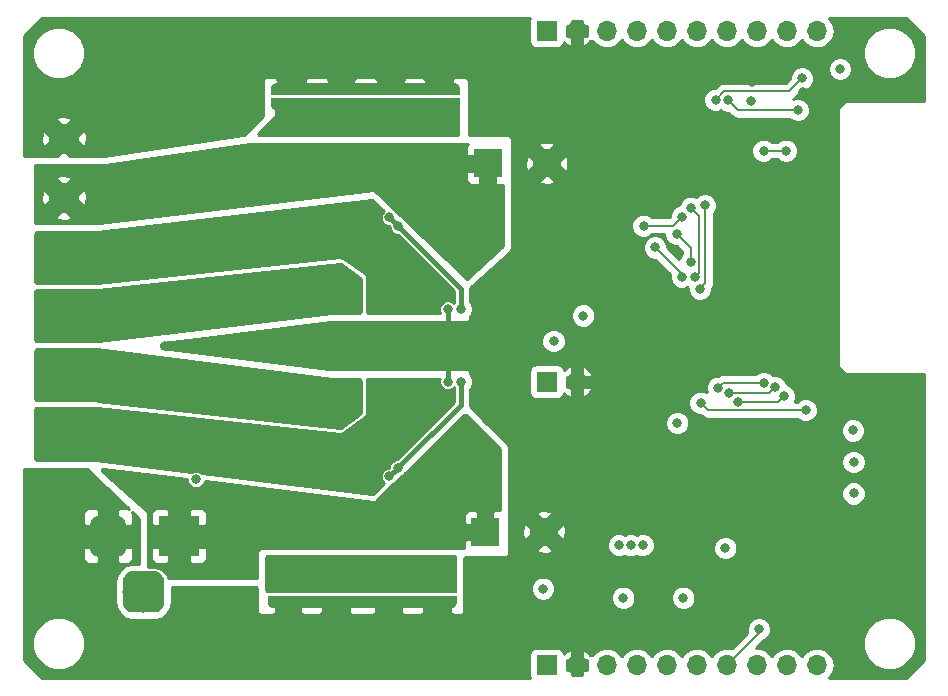
<source format=gbr>
G04 #@! TF.GenerationSoftware,KiCad,Pcbnew,5.0.2-bee76a0~70~ubuntu16.04.1*
G04 #@! TF.CreationDate,2019-03-19T22:13:39-07:00*
G04 #@! TF.ProjectId,wifistepper,77696669-7374-4657-9070-65722e6b6963,rev?*
G04 #@! TF.SameCoordinates,Original*
G04 #@! TF.FileFunction,Copper,L4,Bot*
G04 #@! TF.FilePolarity,Positive*
%FSLAX46Y46*%
G04 Gerber Fmt 4.6, Leading zero omitted, Abs format (unit mm)*
G04 Created by KiCad (PCBNEW 5.0.2-bee76a0~70~ubuntu16.04.1) date Tue 19 Mar 2019 10:13:39 PM PDT*
%MOMM*%
%LPD*%
G01*
G04 APERTURE LIST*
G04 #@! TA.AperFunction,SMDPad,CuDef*
%ADD10C,1.000000*%
G04 #@! TD*
G04 #@! TA.AperFunction,Conductor*
%ADD11C,0.100000*%
G04 #@! TD*
G04 #@! TA.AperFunction,ComponentPad*
%ADD12R,3.500000X3.500000*%
G04 #@! TD*
G04 #@! TA.AperFunction,ComponentPad*
%ADD13C,3.000000*%
G04 #@! TD*
G04 #@! TA.AperFunction,ComponentPad*
%ADD14C,3.500000*%
G04 #@! TD*
G04 #@! TA.AperFunction,ComponentPad*
%ADD15R,2.600000X2.600000*%
G04 #@! TD*
G04 #@! TA.AperFunction,ComponentPad*
%ADD16C,2.600000*%
G04 #@! TD*
G04 #@! TA.AperFunction,ComponentPad*
%ADD17R,1.700000X1.700000*%
G04 #@! TD*
G04 #@! TA.AperFunction,ComponentPad*
%ADD18O,1.700000X1.700000*%
G04 #@! TD*
G04 #@! TA.AperFunction,ComponentPad*
%ADD19C,2.400000*%
G04 #@! TD*
G04 #@! TA.AperFunction,ComponentPad*
%ADD20R,2.400000X2.400000*%
G04 #@! TD*
G04 #@! TA.AperFunction,ViaPad*
%ADD21C,0.800000*%
G04 #@! TD*
G04 #@! TA.AperFunction,Conductor*
%ADD22C,0.400000*%
G04 #@! TD*
G04 #@! TA.AperFunction,Conductor*
%ADD23C,0.200000*%
G04 #@! TD*
G04 #@! TA.AperFunction,Conductor*
%ADD24C,0.250000*%
G04 #@! TD*
G04 APERTURE END LIST*
D10*
G04 #@! TO.P,JP1,2*
G04 #@! TO.N,GND*
X63373000Y-68042000D03*
D11*
G04 #@! TD*
G04 #@! TO.N,GND*
G04 #@! TO.C,JP1*
G36*
X55373602Y-68042000D02*
X55373602Y-68017466D01*
X55378412Y-67968635D01*
X55387984Y-67920510D01*
X55402228Y-67873555D01*
X55421005Y-67828222D01*
X55444136Y-67784949D01*
X55471396Y-67744150D01*
X55502524Y-67706221D01*
X55537221Y-67671524D01*
X55575150Y-67640396D01*
X55615949Y-67613136D01*
X55659222Y-67590005D01*
X55704555Y-67571228D01*
X55751510Y-67556984D01*
X55799635Y-67547412D01*
X55848466Y-67542602D01*
X55873000Y-67542602D01*
X55873000Y-67542000D01*
X70873000Y-67542000D01*
X70873000Y-67542602D01*
X70897534Y-67542602D01*
X70946365Y-67547412D01*
X70994490Y-67556984D01*
X71041445Y-67571228D01*
X71086778Y-67590005D01*
X71130051Y-67613136D01*
X71170850Y-67640396D01*
X71208779Y-67671524D01*
X71243476Y-67706221D01*
X71274604Y-67744150D01*
X71301864Y-67784949D01*
X71324995Y-67828222D01*
X71343772Y-67873555D01*
X71358016Y-67920510D01*
X71367588Y-67968635D01*
X71372398Y-68017466D01*
X71372398Y-68042000D01*
X71373000Y-68042000D01*
X71373000Y-68542000D01*
X55373000Y-68542000D01*
X55373000Y-68042000D01*
X55373602Y-68042000D01*
X55373602Y-68042000D01*
G37*
D10*
G04 #@! TO.P,JP1,1*
G04 #@! TO.N,Net-(JP1-Pad1)*
X63373000Y-69342000D03*
D11*
G04 #@! TD*
G04 #@! TO.N,Net-(JP1-Pad1)*
G04 #@! TO.C,JP1*
G36*
X71373000Y-68842000D02*
X71373000Y-69342000D01*
X71372398Y-69342000D01*
X71372398Y-69366534D01*
X71367588Y-69415365D01*
X71358016Y-69463490D01*
X71343772Y-69510445D01*
X71324995Y-69555778D01*
X71301864Y-69599051D01*
X71274604Y-69639850D01*
X71243476Y-69677779D01*
X71208779Y-69712476D01*
X71170850Y-69743604D01*
X71130051Y-69770864D01*
X71086778Y-69793995D01*
X71041445Y-69812772D01*
X70994490Y-69827016D01*
X70946365Y-69836588D01*
X70897534Y-69841398D01*
X70873000Y-69841398D01*
X70873000Y-69842000D01*
X55873000Y-69842000D01*
X55873000Y-69841398D01*
X55848466Y-69841398D01*
X55799635Y-69836588D01*
X55751510Y-69827016D01*
X55704555Y-69812772D01*
X55659222Y-69793995D01*
X55615949Y-69770864D01*
X55575150Y-69743604D01*
X55537221Y-69712476D01*
X55502524Y-69677779D01*
X55471396Y-69639850D01*
X55444136Y-69599051D01*
X55421005Y-69555778D01*
X55402228Y-69510445D01*
X55387984Y-69463490D01*
X55378412Y-69415365D01*
X55373602Y-69366534D01*
X55373602Y-69342000D01*
X55373000Y-69342000D01*
X55373000Y-68842000D01*
X71373000Y-68842000D01*
X71373000Y-68842000D01*
G37*
D10*
G04 #@! TO.P,JP2,2*
G04 #@! TO.N,GND*
X63119000Y-111521000D03*
D11*
G04 #@! TD*
G04 #@! TO.N,GND*
G04 #@! TO.C,JP2*
G36*
X71118398Y-111521000D02*
X71118398Y-111545534D01*
X71113588Y-111594365D01*
X71104016Y-111642490D01*
X71089772Y-111689445D01*
X71070995Y-111734778D01*
X71047864Y-111778051D01*
X71020604Y-111818850D01*
X70989476Y-111856779D01*
X70954779Y-111891476D01*
X70916850Y-111922604D01*
X70876051Y-111949864D01*
X70832778Y-111972995D01*
X70787445Y-111991772D01*
X70740490Y-112006016D01*
X70692365Y-112015588D01*
X70643534Y-112020398D01*
X70619000Y-112020398D01*
X70619000Y-112021000D01*
X55619000Y-112021000D01*
X55619000Y-112020398D01*
X55594466Y-112020398D01*
X55545635Y-112015588D01*
X55497510Y-112006016D01*
X55450555Y-111991772D01*
X55405222Y-111972995D01*
X55361949Y-111949864D01*
X55321150Y-111922604D01*
X55283221Y-111891476D01*
X55248524Y-111856779D01*
X55217396Y-111818850D01*
X55190136Y-111778051D01*
X55167005Y-111734778D01*
X55148228Y-111689445D01*
X55133984Y-111642490D01*
X55124412Y-111594365D01*
X55119602Y-111545534D01*
X55119602Y-111521000D01*
X55119000Y-111521000D01*
X55119000Y-111021000D01*
X71119000Y-111021000D01*
X71119000Y-111521000D01*
X71118398Y-111521000D01*
X71118398Y-111521000D01*
G37*
D10*
G04 #@! TO.P,JP2,1*
G04 #@! TO.N,Net-(JP2-Pad1)*
X63119000Y-110221000D03*
D11*
G04 #@! TD*
G04 #@! TO.N,Net-(JP2-Pad1)*
G04 #@! TO.C,JP2*
G36*
X55119000Y-110721000D02*
X55119000Y-110221000D01*
X55119602Y-110221000D01*
X55119602Y-110196466D01*
X55124412Y-110147635D01*
X55133984Y-110099510D01*
X55148228Y-110052555D01*
X55167005Y-110007222D01*
X55190136Y-109963949D01*
X55217396Y-109923150D01*
X55248524Y-109885221D01*
X55283221Y-109850524D01*
X55321150Y-109819396D01*
X55361949Y-109792136D01*
X55405222Y-109769005D01*
X55450555Y-109750228D01*
X55497510Y-109735984D01*
X55545635Y-109726412D01*
X55594466Y-109721602D01*
X55619000Y-109721602D01*
X55619000Y-109721000D01*
X70619000Y-109721000D01*
X70619000Y-109721602D01*
X70643534Y-109721602D01*
X70692365Y-109726412D01*
X70740490Y-109735984D01*
X70787445Y-109750228D01*
X70832778Y-109769005D01*
X70876051Y-109792136D01*
X70916850Y-109819396D01*
X70954779Y-109850524D01*
X70989476Y-109885221D01*
X71020604Y-109923150D01*
X71047864Y-109963949D01*
X71070995Y-110007222D01*
X71089772Y-110052555D01*
X71104016Y-110099510D01*
X71113588Y-110147635D01*
X71118398Y-110196466D01*
X71118398Y-110221000D01*
X71119000Y-110221000D01*
X71119000Y-110721000D01*
X55119000Y-110721000D01*
X55119000Y-110721000D01*
G37*
D12*
G04 #@! TO.P,J1,1*
G04 #@! TO.N,VIN*
X47592500Y-105918000D03*
D11*
G04 #@! TD*
G04 #@! TO.N,GND*
G04 #@! TO.C,J1*
G36*
X42416013Y-104171611D02*
X42488818Y-104182411D01*
X42560214Y-104200295D01*
X42629513Y-104225090D01*
X42696048Y-104256559D01*
X42759178Y-104294398D01*
X42818295Y-104338242D01*
X42872830Y-104387670D01*
X42922258Y-104442205D01*
X42966102Y-104501322D01*
X43003941Y-104564452D01*
X43035410Y-104630987D01*
X43060205Y-104700286D01*
X43078089Y-104771682D01*
X43088889Y-104844487D01*
X43092500Y-104918000D01*
X43092500Y-106918000D01*
X43088889Y-106991513D01*
X43078089Y-107064318D01*
X43060205Y-107135714D01*
X43035410Y-107205013D01*
X43003941Y-107271548D01*
X42966102Y-107334678D01*
X42922258Y-107393795D01*
X42872830Y-107448330D01*
X42818295Y-107497758D01*
X42759178Y-107541602D01*
X42696048Y-107579441D01*
X42629513Y-107610910D01*
X42560214Y-107635705D01*
X42488818Y-107653589D01*
X42416013Y-107664389D01*
X42342500Y-107668000D01*
X40842500Y-107668000D01*
X40768987Y-107664389D01*
X40696182Y-107653589D01*
X40624786Y-107635705D01*
X40555487Y-107610910D01*
X40488952Y-107579441D01*
X40425822Y-107541602D01*
X40366705Y-107497758D01*
X40312170Y-107448330D01*
X40262742Y-107393795D01*
X40218898Y-107334678D01*
X40181059Y-107271548D01*
X40149590Y-107205013D01*
X40124795Y-107135714D01*
X40106911Y-107064318D01*
X40096111Y-106991513D01*
X40092500Y-106918000D01*
X40092500Y-104918000D01*
X40096111Y-104844487D01*
X40106911Y-104771682D01*
X40124795Y-104700286D01*
X40149590Y-104630987D01*
X40181059Y-104564452D01*
X40218898Y-104501322D01*
X40262742Y-104442205D01*
X40312170Y-104387670D01*
X40366705Y-104338242D01*
X40425822Y-104294398D01*
X40488952Y-104256559D01*
X40555487Y-104225090D01*
X40624786Y-104200295D01*
X40696182Y-104182411D01*
X40768987Y-104171611D01*
X40842500Y-104168000D01*
X42342500Y-104168000D01*
X42416013Y-104171611D01*
X42416013Y-104171611D01*
G37*
D13*
G04 #@! TO.P,J1,2*
G04 #@! TO.N,GND*
X41592500Y-105918000D03*
D11*
G04 #@! TD*
G04 #@! TO.N,N/C*
G04 #@! TO.C,J1*
G36*
X45553265Y-108872213D02*
X45638204Y-108884813D01*
X45721499Y-108905677D01*
X45802348Y-108934605D01*
X45879972Y-108971319D01*
X45953624Y-109015464D01*
X46022594Y-109066616D01*
X46086218Y-109124282D01*
X46143884Y-109187906D01*
X46195036Y-109256876D01*
X46239181Y-109330528D01*
X46275895Y-109408152D01*
X46304823Y-109489001D01*
X46325687Y-109572296D01*
X46338287Y-109657235D01*
X46342500Y-109743000D01*
X46342500Y-111493000D01*
X46338287Y-111578765D01*
X46325687Y-111663704D01*
X46304823Y-111746999D01*
X46275895Y-111827848D01*
X46239181Y-111905472D01*
X46195036Y-111979124D01*
X46143884Y-112048094D01*
X46086218Y-112111718D01*
X46022594Y-112169384D01*
X45953624Y-112220536D01*
X45879972Y-112264681D01*
X45802348Y-112301395D01*
X45721499Y-112330323D01*
X45638204Y-112351187D01*
X45553265Y-112363787D01*
X45467500Y-112368000D01*
X43717500Y-112368000D01*
X43631735Y-112363787D01*
X43546796Y-112351187D01*
X43463501Y-112330323D01*
X43382652Y-112301395D01*
X43305028Y-112264681D01*
X43231376Y-112220536D01*
X43162406Y-112169384D01*
X43098782Y-112111718D01*
X43041116Y-112048094D01*
X42989964Y-111979124D01*
X42945819Y-111905472D01*
X42909105Y-111827848D01*
X42880177Y-111746999D01*
X42859313Y-111663704D01*
X42846713Y-111578765D01*
X42842500Y-111493000D01*
X42842500Y-109743000D01*
X42846713Y-109657235D01*
X42859313Y-109572296D01*
X42880177Y-109489001D01*
X42909105Y-109408152D01*
X42945819Y-109330528D01*
X42989964Y-109256876D01*
X43041116Y-109187906D01*
X43098782Y-109124282D01*
X43162406Y-109066616D01*
X43231376Y-109015464D01*
X43305028Y-108971319D01*
X43382652Y-108934605D01*
X43463501Y-108905677D01*
X43546796Y-108884813D01*
X43631735Y-108872213D01*
X43717500Y-108868000D01*
X45467500Y-108868000D01*
X45553265Y-108872213D01*
X45553265Y-108872213D01*
G37*
D14*
G04 #@! TO.P,J1,3*
G04 #@! TO.N,N/C*
X44592500Y-110618000D03*
G04 #@! TD*
D15*
G04 #@! TO.P,J2,1*
G04 #@! TO.N,OUTB2*
X37846000Y-97263000D03*
D16*
G04 #@! TO.P,J2,2*
G04 #@! TO.N,OUTB1*
X37846000Y-92263000D03*
G04 #@! TO.P,J2,3*
G04 #@! TO.N,OUTA1*
X37846000Y-87263000D03*
G04 #@! TO.P,J2,4*
G04 #@! TO.N,OUTA2*
X37846000Y-82263000D03*
G04 #@! TO.P,J2,5*
G04 #@! TO.N,VIN*
X37846000Y-77263000D03*
G04 #@! TO.P,J2,6*
G04 #@! TO.N,GND*
X37846000Y-72263000D03*
G04 #@! TD*
D17*
G04 #@! TO.P,J5,1*
G04 #@! TO.N,VIN*
X78740000Y-92837000D03*
D18*
G04 #@! TO.P,J5,2*
G04 #@! TO.N,GND*
X81280000Y-92837000D03*
G04 #@! TD*
D17*
G04 #@! TO.P,J4,1*
G04 #@! TO.N,+3V3*
X78740000Y-116840000D03*
D18*
G04 #@! TO.P,J4,2*
G04 #@! TO.N,GND*
X81280000Y-116840000D03*
G04 #@! TO.P,J4,3*
G04 #@! TO.N,Net-(J4-Pad3)*
X83820000Y-116840000D03*
G04 #@! TO.P,J4,4*
G04 #@! TO.N,Net-(J4-Pad4)*
X86360000Y-116840000D03*
G04 #@! TO.P,J4,5*
G04 #@! TO.N,Net-(J4-Pad5)*
X88900000Y-116840000D03*
G04 #@! TO.P,J4,6*
G04 #@! TO.N,Net-(J4-Pad6)*
X91440000Y-116840000D03*
G04 #@! TO.P,J4,7*
G04 #@! TO.N,Net-(J4-Pad7)*
X93980000Y-116840000D03*
G04 #@! TO.P,J4,8*
G04 #@! TO.N,Net-(J4-Pad8)*
X96520000Y-116840000D03*
G04 #@! TO.P,J4,9*
G04 #@! TO.N,Net-(J4-Pad9)*
X99060000Y-116840000D03*
G04 #@! TO.P,J4,10*
G04 #@! TO.N,Net-(J4-Pad10)*
X101600000Y-116840000D03*
G04 #@! TD*
D19*
G04 #@! TO.P,C10,2*
G04 #@! TO.N,GND*
X78533000Y-105537000D03*
D20*
G04 #@! TO.P,C10,1*
G04 #@! TO.N,VIN*
X73533000Y-105537000D03*
G04 #@! TD*
G04 #@! TO.P,C11,1*
G04 #@! TO.N,VIN*
X73723500Y-74358500D03*
D19*
G04 #@! TO.P,C11,2*
G04 #@! TO.N,GND*
X78723500Y-74358500D03*
G04 #@! TD*
D17*
G04 #@! TO.P,J3,1*
G04 #@! TO.N,+3V3*
X78740000Y-63119000D03*
D18*
G04 #@! TO.P,J3,2*
G04 #@! TO.N,GND*
X81280000Y-63119000D03*
G04 #@! TO.P,J3,3*
G04 #@! TO.N,Net-(J3-Pad3)*
X83820000Y-63119000D03*
G04 #@! TO.P,J3,4*
G04 #@! TO.N,Net-(J3-Pad4)*
X86360000Y-63119000D03*
G04 #@! TO.P,J3,5*
G04 #@! TO.N,Net-(J3-Pad5)*
X88900000Y-63119000D03*
G04 #@! TO.P,J3,6*
G04 #@! TO.N,Net-(J3-Pad6)*
X91440000Y-63119000D03*
G04 #@! TO.P,J3,7*
G04 #@! TO.N,Net-(J3-Pad7)*
X93980000Y-63119000D03*
G04 #@! TO.P,J3,8*
G04 #@! TO.N,Net-(J3-Pad8)*
X96520000Y-63119000D03*
G04 #@! TO.P,J3,9*
G04 #@! TO.N,Net-(J3-Pad9)*
X99060000Y-63119000D03*
G04 #@! TO.P,J3,10*
G04 #@! TO.N,Net-(J3-Pad10)*
X101600000Y-63119000D03*
G04 #@! TD*
D21*
G04 #@! TO.N,+3V3*
X84836000Y-106680000D03*
X85852000Y-106680000D03*
X86868000Y-106680000D03*
X104648000Y-96964500D03*
X104711500Y-99631500D03*
X104711500Y-102298500D03*
X85217000Y-111125000D03*
X89789000Y-96329500D03*
X93853000Y-106934000D03*
X81826418Y-87236618D03*
X90297000Y-111125000D03*
X79311500Y-89408000D03*
X78422500Y-110363000D03*
X96012000Y-69088000D03*
X103568500Y-66357500D03*
X49022000Y-101092000D03*
G04 #@! TO.N,GND*
X100393500Y-68326000D03*
X65405000Y-91249500D03*
X99187000Y-81788000D03*
X97536000Y-81788000D03*
X97536000Y-83439000D03*
X97536000Y-80137000D03*
X95885000Y-81851500D03*
X99187000Y-83439000D03*
X99187000Y-80137000D03*
X95885000Y-80137000D03*
X95885000Y-83439000D03*
X61976000Y-90678000D03*
X64389000Y-90678000D03*
X64389000Y-89027000D03*
X61976000Y-89027000D03*
X63246000Y-89789000D03*
X65405000Y-89789000D03*
X60960000Y-89789000D03*
X63246000Y-91313000D03*
X63246000Y-88201500D03*
X60960000Y-91313000D03*
X65405000Y-88201500D03*
X60960000Y-88201500D03*
X87947500Y-97129600D03*
X70358000Y-86677500D03*
X70358000Y-92837000D03*
X87376000Y-104394000D03*
X87947500Y-99123500D03*
X87947500Y-101346000D03*
X85534500Y-95377000D03*
X81534000Y-106362500D03*
X44704000Y-64516000D03*
X52832000Y-64516000D03*
X55626000Y-64516000D03*
X50165000Y-64516000D03*
X63754000Y-64516000D03*
X58293000Y-64516000D03*
X41910000Y-64516000D03*
X66548000Y-64516000D03*
X72009000Y-64516000D03*
X47371000Y-64516000D03*
X61087000Y-64516000D03*
X74676000Y-64516000D03*
X69215000Y-64516000D03*
X54229000Y-66167000D03*
X62484000Y-66167000D03*
X70612000Y-66167000D03*
X40640000Y-66167000D03*
X46101000Y-66167000D03*
X43307000Y-66167000D03*
X59690000Y-66167000D03*
X65151000Y-66167000D03*
X73406000Y-66167000D03*
X67945000Y-66167000D03*
X48768000Y-66167000D03*
X57023000Y-66167000D03*
X51562000Y-66167000D03*
X61722000Y-113792000D03*
X72644000Y-113792000D03*
X69977000Y-113792000D03*
X45339000Y-113792000D03*
X48133000Y-113792000D03*
X67183000Y-113792000D03*
X42672000Y-113792000D03*
X50800000Y-113792000D03*
X56261000Y-113792000D03*
X53594000Y-113792000D03*
X64516000Y-113792000D03*
X59055000Y-113792000D03*
X68580000Y-115443000D03*
X63119000Y-115443000D03*
X71247000Y-115443000D03*
X49403000Y-115443000D03*
X65786000Y-115443000D03*
X60325000Y-115443000D03*
X54864000Y-115443000D03*
X57658000Y-115443000D03*
X46736000Y-115443000D03*
X41275000Y-115443000D03*
X43942000Y-115443000D03*
X52197000Y-115443000D03*
X74930000Y-113665000D03*
X73914000Y-115443000D03*
X75501500Y-111823500D03*
X73088500Y-111950500D03*
X35433000Y-101219000D03*
X35433000Y-104013000D03*
X35433000Y-106934000D03*
X35433000Y-110109000D03*
X37147500Y-108458000D03*
X37020500Y-105473500D03*
X37084000Y-102552500D03*
X37465000Y-111506000D03*
X39052500Y-110172500D03*
X40894000Y-111887000D03*
X35433000Y-112395000D03*
X47815500Y-111760000D03*
X41910000Y-67818000D03*
X44704000Y-67818000D03*
X38989000Y-67945000D03*
X47498000Y-67945000D03*
X44767500Y-71120000D03*
X43053000Y-69786500D03*
X42037000Y-71628000D03*
X35306000Y-67818000D03*
X74676000Y-67691000D03*
X72771000Y-68580000D03*
X75882500Y-66103500D03*
X102870000Y-91503500D03*
X104965500Y-95059500D03*
X90106500Y-106934000D03*
X92075000Y-73152000D03*
X94297500Y-98615500D03*
X96900998Y-101409500D03*
X96583500Y-91313000D03*
X104457500Y-62674500D03*
X109982000Y-68072000D03*
X105473500Y-68008500D03*
X104330500Y-116903500D03*
X104394000Y-111125000D03*
X110045500Y-112014000D03*
X86931500Y-87947500D03*
X84772500Y-89916000D03*
X88709500Y-91122500D03*
X85280500Y-91567000D03*
X86931500Y-89852500D03*
X86931500Y-92519500D03*
X88900000Y-88963500D03*
X88836500Y-86169500D03*
X85534500Y-93853000D03*
X83629500Y-92900500D03*
X81280000Y-95377000D03*
X78613000Y-95313500D03*
X81089500Y-71183500D03*
X81534000Y-68643500D03*
X81978500Y-74612500D03*
X81915000Y-77343000D03*
X82232500Y-80137000D03*
X110109000Y-93281500D03*
X110109000Y-103441500D03*
X101092000Y-110998000D03*
X101155500Y-114363500D03*
X106489500Y-109728000D03*
X110172500Y-98107500D03*
X110172500Y-95758000D03*
X110172500Y-101028500D03*
X110045500Y-106489500D03*
X110045500Y-109029500D03*
X107696000Y-111252000D03*
X81724500Y-109156500D03*
X80899000Y-114554000D03*
X82359500Y-112966500D03*
X85090000Y-112839500D03*
X83883500Y-114681000D03*
X81534000Y-65976500D03*
X84836000Y-79946500D03*
X82232500Y-82613500D03*
X77978000Y-89027000D03*
X38989000Y-101155500D03*
X41402000Y-102933500D03*
X39751000Y-102679500D03*
X49911000Y-111760000D03*
X80899000Y-111442500D03*
X74612500Y-70104000D03*
X72707500Y-71310500D03*
X74676000Y-108331000D03*
X75692000Y-109156500D03*
X78676500Y-113220500D03*
X78613000Y-69977000D03*
X78613000Y-67056000D03*
X75819000Y-68834000D03*
X43561000Y-72580500D03*
X40767000Y-73025000D03*
X40322500Y-69786500D03*
X38608000Y-106934000D03*
X38608000Y-104140000D03*
X35242500Y-73025000D03*
X35242500Y-70358000D03*
X46101000Y-69596000D03*
X46418500Y-89789000D03*
X104203500Y-113347500D03*
X102425500Y-112458500D03*
X96075500Y-67500500D03*
X88328500Y-76263500D03*
X83375500Y-67310000D03*
X55054500Y-90551000D03*
X87249000Y-95313500D03*
X40132000Y-108648500D03*
X37211000Y-69024500D03*
G04 #@! TO.N,VIN*
X49911000Y-103124000D03*
X52133500Y-104394000D03*
X68834000Y-100330000D03*
X69977000Y-102616000D03*
X73342500Y-99314000D03*
X71755000Y-100901500D03*
X73660000Y-102171500D03*
X73977500Y-79883000D03*
X70675500Y-80899000D03*
X70358000Y-76835000D03*
X68834000Y-79248000D03*
X70866000Y-104711500D03*
X71120000Y-74549000D03*
X46799500Y-74739500D03*
X42481500Y-75247500D03*
X40195500Y-75120500D03*
X40703500Y-78676500D03*
X43116500Y-78359000D03*
X41084500Y-76898500D03*
X52514500Y-75247500D03*
X44831000Y-74993500D03*
X47498000Y-76390500D03*
X51562000Y-76644500D03*
X50863500Y-75057000D03*
X71818500Y-78676500D03*
X73787000Y-77343000D03*
X72263000Y-82359500D03*
X71882000Y-97409000D03*
X70294500Y-98806000D03*
X43180000Y-101219000D03*
X45656500Y-101473000D03*
X47561500Y-101727000D03*
X45720000Y-103251000D03*
X48006000Y-103060500D03*
X47434500Y-108712000D03*
X48895000Y-74930000D03*
X51879500Y-106045000D03*
X51625500Y-103060500D03*
X50546000Y-104838500D03*
X49593500Y-108712000D03*
X50673000Y-107188000D03*
X51943000Y-108267500D03*
X53403500Y-103060500D03*
X43434000Y-76644500D03*
X45529500Y-76644500D03*
X45339000Y-78168500D03*
X49657000Y-76327000D03*
X49022000Y-77787500D03*
X53721000Y-76898500D03*
G04 #@! TO.N,SM_RST*
X90170000Y-78867000D03*
X86931498Y-79629000D03*
G04 #@! TO.N,Net-(D5-Pad1)*
X100647500Y-95250000D03*
X91757500Y-94615000D03*
G04 #@! TO.N,OUTA1*
X61849000Y-85471000D03*
X62484000Y-86487000D03*
X61341000Y-86487000D03*
X62484000Y-84582000D03*
X61341000Y-84582000D03*
X55308500Y-86042500D03*
X56515001Y-86438990D03*
G04 #@! TO.N,OUTA2*
X64643000Y-85471000D03*
X65151000Y-86487000D03*
X64008000Y-86487000D03*
X65151000Y-84582000D03*
X64008000Y-84582000D03*
X69850000Y-85788500D03*
G04 #@! TO.N,OUTB1*
X61849000Y-94107000D03*
X62484000Y-93091000D03*
X61341000Y-93091000D03*
X62484000Y-94996000D03*
X61341000Y-94996000D03*
X56515000Y-93726000D03*
X55689500Y-94551500D03*
G04 #@! TO.N,OUTB2*
X64643000Y-94107000D03*
X65151000Y-94996000D03*
X64008000Y-94996000D03*
X65151000Y-93091000D03*
X64008000Y-93091000D03*
X69850000Y-93726000D03*
G04 #@! TO.N,SM_FLAG*
X87902240Y-81470500D03*
X90170000Y-83947000D03*
G04 #@! TO.N,WIFI_RST*
X94170500Y-93789500D03*
X98043998Y-93281500D03*
G04 #@! TO.N,WIFI_ADC*
X98806000Y-94043500D03*
X94932500Y-94549990D03*
G04 #@! TO.N,AUTH_SCK*
X97102247Y-92945160D03*
X93219510Y-93345000D03*
G04 #@! TO.N,AUTH_SDA*
X90932000Y-78105000D03*
X91249500Y-84010500D03*
G04 #@! TO.N,PROG_BOOT*
X91694000Y-84963000D03*
X92136990Y-77914500D03*
G04 #@! TO.N,SM_CLK*
X94107000Y-69024500D03*
X100012500Y-69850000D03*
G04 #@! TO.N,SM_SO*
X98996500Y-73279000D03*
X97091502Y-73279000D03*
G04 #@! TO.N,SM_CS*
X93027500Y-68961000D03*
X90932000Y-82677000D03*
X89725500Y-80327500D03*
X100363950Y-67153454D03*
G04 #@! TO.N,Net-(JP1-Pad1)*
X58039000Y-70739000D03*
X59372500Y-70739000D03*
X60706000Y-70739000D03*
X62039500Y-70739000D03*
X63373000Y-70739000D03*
X64706500Y-70739000D03*
X66040000Y-70739000D03*
X67373500Y-70739000D03*
X68707000Y-70739000D03*
X58737500Y-71501000D03*
X60071000Y-71501000D03*
X61404500Y-71501000D03*
X62738000Y-71501000D03*
X64071500Y-71501000D03*
X65405000Y-71501000D03*
X66738500Y-71501000D03*
X68072000Y-71501000D03*
X71437500Y-86677500D03*
X66167000Y-79692500D03*
X65405000Y-78930500D03*
X57340500Y-71501000D03*
X56642000Y-70739000D03*
X55943500Y-71501000D03*
G04 #@! TO.N,Net-(JP2-Pad1)*
X55626000Y-108013500D03*
X61023500Y-108013500D03*
X59690000Y-108013500D03*
X58356500Y-108013500D03*
X68389500Y-108775500D03*
X67056000Y-108775500D03*
X65722500Y-108775500D03*
X64389000Y-108775500D03*
X63055500Y-108775500D03*
X61722000Y-108775500D03*
X60388500Y-108775500D03*
X59055000Y-108775500D03*
X57721500Y-108775500D03*
X67691000Y-108013500D03*
X66357500Y-108013500D03*
X65024000Y-108013500D03*
X63690500Y-108013500D03*
X62357000Y-108013500D03*
X71437500Y-92837000D03*
X66103500Y-100139500D03*
X65405000Y-100838000D03*
X57023000Y-108013500D03*
X56324500Y-108775500D03*
G04 #@! TO.N,Net-(J4-Pad7)*
X96710502Y-113792000D03*
G04 #@! TD*
D22*
G04 #@! TO.N,GND*
X70358000Y-86677500D02*
X70358000Y-87820500D01*
X70358000Y-92837000D02*
X70358000Y-91567000D01*
D23*
G04 #@! TO.N,SM_RST*
X89408000Y-79629000D02*
X87497183Y-79629000D01*
X87497183Y-79629000D02*
X86931498Y-79629000D01*
X90170000Y-78867000D02*
X89408000Y-79629000D01*
G04 #@! TO.N,Net-(D5-Pad1)*
X100081815Y-95250000D02*
X100647500Y-95250000D01*
X92392500Y-95250000D02*
X100081815Y-95250000D01*
X91757500Y-94615000D02*
X92392500Y-95250000D01*
G04 #@! TO.N,SM_FLAG*
X90170000Y-83738260D02*
X90170000Y-83947000D01*
X87902240Y-81470500D02*
X90170000Y-83738260D01*
G04 #@! TO.N,WIFI_RST*
X97535998Y-93789500D02*
X97643999Y-93681499D01*
X97643999Y-93681499D02*
X98043998Y-93281500D01*
X94170500Y-93789500D02*
X97535998Y-93789500D01*
G04 #@! TO.N,WIFI_ADC*
X98806000Y-94043500D02*
X98299510Y-94549990D01*
X95498185Y-94549990D02*
X94932500Y-94549990D01*
X98299510Y-94549990D02*
X95498185Y-94549990D01*
G04 #@! TO.N,AUTH_SCK*
X97102247Y-92945160D02*
X93619350Y-92945160D01*
X93619350Y-92945160D02*
X93219510Y-93345000D01*
G04 #@! TO.N,AUTH_SDA*
X91649499Y-78822499D02*
X91649499Y-83610501D01*
X90932000Y-78105000D02*
X91649499Y-78822499D01*
X91649499Y-83610501D02*
X91249500Y-84010500D01*
G04 #@! TO.N,PROG_BOOT*
X92136990Y-78480185D02*
X92136990Y-77914500D01*
X91694000Y-84963000D02*
X92136990Y-84520010D01*
X92136990Y-84520010D02*
X92136990Y-78480185D01*
G04 #@! TO.N,SM_CLK*
X100012500Y-69850000D02*
X94932500Y-69850000D01*
X94932500Y-69850000D02*
X94107000Y-69024500D01*
G04 #@! TO.N,SM_SO*
X98996500Y-73279000D02*
X97091502Y-73279000D01*
G04 #@! TO.N,SM_CS*
X90932000Y-81534000D02*
X89725500Y-80327500D01*
X90932000Y-82677000D02*
X90932000Y-81534000D01*
X93027500Y-68961000D02*
X93726000Y-68262500D01*
X99963951Y-67553453D02*
X100363950Y-67153454D01*
X93726000Y-68262500D02*
X99254904Y-68262500D01*
X99254904Y-68262500D02*
X99963951Y-67553453D01*
D22*
G04 #@! TO.N,Net-(JP1-Pad1)*
X66566999Y-80092499D02*
X66167000Y-79692500D01*
X71437500Y-84963000D02*
X66566999Y-80092499D01*
X71437500Y-86677500D02*
X71437500Y-84963000D01*
X66167000Y-79692500D02*
X65405000Y-78930500D01*
G04 #@! TO.N,Net-(JP2-Pad1)*
X71437500Y-92837000D02*
X71437500Y-94805500D01*
X66503499Y-99739501D02*
X66103500Y-100139500D01*
X71437500Y-94805500D02*
X66503499Y-99739501D01*
X66103500Y-100139500D02*
X65405000Y-100838000D01*
D23*
G04 #@! TO.N,Net-(J4-Pad7)*
X93980000Y-116840000D02*
X96710502Y-114109498D01*
X96710502Y-114109498D02*
X96710502Y-113792000D01*
G04 #@! TD*
D24*
G04 #@! TO.N,OUTB2*
G36*
X69633000Y-92692788D02*
X69633000Y-92981212D01*
X69743374Y-93247680D01*
X69947320Y-93451626D01*
X70213788Y-93562000D01*
X70502212Y-93562000D01*
X70768680Y-93451626D01*
X70897750Y-93322556D01*
X70912500Y-93337306D01*
X70912501Y-94588037D01*
X66168832Y-99331707D01*
X66168829Y-99331709D01*
X66086038Y-99414500D01*
X65959288Y-99414500D01*
X65692820Y-99524874D01*
X65488874Y-99728820D01*
X65378500Y-99995288D01*
X65378500Y-100113000D01*
X65260788Y-100113000D01*
X64994320Y-100223374D01*
X64790374Y-100427320D01*
X64680000Y-100693788D01*
X64680000Y-100982212D01*
X64790374Y-101248680D01*
X64942578Y-101400884D01*
X64009921Y-102312344D01*
X63899531Y-102349552D01*
X49516726Y-100561420D01*
X49432680Y-100477374D01*
X49166212Y-100367000D01*
X48877788Y-100367000D01*
X48664275Y-100455439D01*
X40540712Y-99445483D01*
X40533016Y-99444767D01*
X40508341Y-99443239D01*
X40500615Y-99443000D01*
X35530865Y-99443000D01*
X35460250Y-99413750D01*
X35431000Y-99343135D01*
X35431000Y-95157365D01*
X35460250Y-95086750D01*
X35530865Y-95057500D01*
X40625955Y-95057500D01*
X40640614Y-95058285D01*
X61249328Y-97270877D01*
X61295806Y-97267120D01*
X61437156Y-97228262D01*
X61479022Y-97207733D01*
X63368000Y-95791000D01*
X63404803Y-95746902D01*
X63484803Y-95586902D01*
X63498000Y-95531000D01*
X63498000Y-92680865D01*
X63527250Y-92610250D01*
X63597865Y-92581000D01*
X69679304Y-92581000D01*
X69633000Y-92692788D01*
X69633000Y-92692788D01*
G37*
X69633000Y-92692788D02*
X69633000Y-92981212D01*
X69743374Y-93247680D01*
X69947320Y-93451626D01*
X70213788Y-93562000D01*
X70502212Y-93562000D01*
X70768680Y-93451626D01*
X70897750Y-93322556D01*
X70912500Y-93337306D01*
X70912501Y-94588037D01*
X66168832Y-99331707D01*
X66168829Y-99331709D01*
X66086038Y-99414500D01*
X65959288Y-99414500D01*
X65692820Y-99524874D01*
X65488874Y-99728820D01*
X65378500Y-99995288D01*
X65378500Y-100113000D01*
X65260788Y-100113000D01*
X64994320Y-100223374D01*
X64790374Y-100427320D01*
X64680000Y-100693788D01*
X64680000Y-100982212D01*
X64790374Y-101248680D01*
X64942578Y-101400884D01*
X64009921Y-102312344D01*
X63899531Y-102349552D01*
X49516726Y-100561420D01*
X49432680Y-100477374D01*
X49166212Y-100367000D01*
X48877788Y-100367000D01*
X48664275Y-100455439D01*
X40540712Y-99445483D01*
X40533016Y-99444767D01*
X40508341Y-99443239D01*
X40500615Y-99443000D01*
X35530865Y-99443000D01*
X35460250Y-99413750D01*
X35431000Y-99343135D01*
X35431000Y-95157365D01*
X35460250Y-95086750D01*
X35530865Y-95057500D01*
X40625955Y-95057500D01*
X40640614Y-95058285D01*
X61249328Y-97270877D01*
X61295806Y-97267120D01*
X61437156Y-97228262D01*
X61479022Y-97207733D01*
X63368000Y-95791000D01*
X63404803Y-95746902D01*
X63484803Y-95586902D01*
X63498000Y-95531000D01*
X63498000Y-92680865D01*
X63527250Y-92610250D01*
X63597865Y-92581000D01*
X69679304Y-92581000D01*
X69633000Y-92692788D01*
G04 #@! TO.N,OUTA2*
G36*
X64010586Y-77516267D02*
X64933727Y-78376467D01*
X64790374Y-78519820D01*
X64680000Y-78786288D01*
X64680000Y-79074712D01*
X64790374Y-79341180D01*
X64994320Y-79545126D01*
X65260788Y-79655500D01*
X65387539Y-79655500D01*
X65442000Y-79709962D01*
X65442000Y-79836712D01*
X65552374Y-80103180D01*
X65756320Y-80307126D01*
X66022788Y-80417500D01*
X66149538Y-80417500D01*
X66232329Y-80500291D01*
X66232332Y-80500293D01*
X70912501Y-85180464D01*
X70912500Y-86177194D01*
X70897750Y-86191944D01*
X70768680Y-86062874D01*
X70502212Y-85952500D01*
X70213788Y-85952500D01*
X69947320Y-86062874D01*
X69743374Y-86266820D01*
X69633000Y-86533288D01*
X69633000Y-86821712D01*
X69705606Y-86997000D01*
X63597865Y-86997000D01*
X63527250Y-86967750D01*
X63498000Y-86897135D01*
X63498000Y-83925206D01*
X63483628Y-83867012D01*
X63396934Y-83702204D01*
X63357122Y-83657393D01*
X61472556Y-82361754D01*
X61432567Y-82343620D01*
X61298515Y-82309507D01*
X61254722Y-82306320D01*
X40640598Y-84456259D01*
X40626356Y-84457000D01*
X35530865Y-84457000D01*
X35460250Y-84427750D01*
X35431000Y-84357135D01*
X35431000Y-80298365D01*
X35460250Y-80227750D01*
X35530865Y-80198500D01*
X40628355Y-80198500D01*
X40635624Y-80198288D01*
X40658835Y-80196936D01*
X40666073Y-80196303D01*
X63903304Y-77481084D01*
X64010586Y-77516267D01*
X64010586Y-77516267D01*
G37*
X64010586Y-77516267D02*
X64933727Y-78376467D01*
X64790374Y-78519820D01*
X64680000Y-78786288D01*
X64680000Y-79074712D01*
X64790374Y-79341180D01*
X64994320Y-79545126D01*
X65260788Y-79655500D01*
X65387539Y-79655500D01*
X65442000Y-79709962D01*
X65442000Y-79836712D01*
X65552374Y-80103180D01*
X65756320Y-80307126D01*
X66022788Y-80417500D01*
X66149538Y-80417500D01*
X66232329Y-80500291D01*
X66232332Y-80500293D01*
X70912501Y-85180464D01*
X70912500Y-86177194D01*
X70897750Y-86191944D01*
X70768680Y-86062874D01*
X70502212Y-85952500D01*
X70213788Y-85952500D01*
X69947320Y-86062874D01*
X69743374Y-86266820D01*
X69633000Y-86533288D01*
X69633000Y-86821712D01*
X69705606Y-86997000D01*
X63597865Y-86997000D01*
X63527250Y-86967750D01*
X63498000Y-86897135D01*
X63498000Y-83925206D01*
X63483628Y-83867012D01*
X63396934Y-83702204D01*
X63357122Y-83657393D01*
X61472556Y-82361754D01*
X61432567Y-82343620D01*
X61298515Y-82309507D01*
X61254722Y-82306320D01*
X40640598Y-84456259D01*
X40626356Y-84457000D01*
X35530865Y-84457000D01*
X35460250Y-84427750D01*
X35431000Y-84357135D01*
X35431000Y-80298365D01*
X35460250Y-80227750D01*
X35530865Y-80198500D01*
X40628355Y-80198500D01*
X40635624Y-80198288D01*
X40658835Y-80196936D01*
X40666073Y-80196303D01*
X63903304Y-77481084D01*
X64010586Y-77516267D01*
G04 #@! TO.N,OUTB1*
G36*
X40640713Y-90105601D02*
X60550618Y-92641895D01*
X60558502Y-92642646D01*
X60583776Y-92644249D01*
X60591688Y-92644500D01*
X62894135Y-92644500D01*
X62964750Y-92673750D01*
X62994000Y-92744365D01*
X62994000Y-95437992D01*
X62940394Y-95545205D01*
X61348726Y-96738956D01*
X61252350Y-96765136D01*
X40665338Y-94428573D01*
X40658302Y-94427976D01*
X40635748Y-94426700D01*
X40628687Y-94426500D01*
X35530865Y-94426500D01*
X35460250Y-94397250D01*
X35431000Y-94326635D01*
X35431000Y-90204365D01*
X35460250Y-90133750D01*
X35530865Y-90104500D01*
X40623357Y-90104500D01*
X40640713Y-90105601D01*
X40640713Y-90105601D01*
G37*
X40640713Y-90105601D02*
X60550618Y-92641895D01*
X60558502Y-92642646D01*
X60583776Y-92644249D01*
X60591688Y-92644500D01*
X62894135Y-92644500D01*
X62964750Y-92673750D01*
X62994000Y-92744365D01*
X62994000Y-95437992D01*
X62940394Y-95545205D01*
X61348726Y-96738956D01*
X61252350Y-96765136D01*
X40665338Y-94428573D01*
X40658302Y-94427976D01*
X40635748Y-94426700D01*
X40628687Y-94426500D01*
X35530865Y-94426500D01*
X35460250Y-94397250D01*
X35431000Y-94326635D01*
X35431000Y-90204365D01*
X35460250Y-90133750D01*
X35530865Y-90104500D01*
X40623357Y-90104500D01*
X40640713Y-90105601D01*
G04 #@! TO.N,OUTA1*
G36*
X61286187Y-82898336D02*
X62936208Y-84036281D01*
X62994000Y-84146342D01*
X62994000Y-86897135D01*
X62964750Y-86967750D01*
X62894135Y-86997000D01*
X60591096Y-86997000D01*
X60583549Y-86997228D01*
X60559445Y-86998686D01*
X60551927Y-86999369D01*
X40704190Y-89408998D01*
X40687626Y-89410000D01*
X35530865Y-89410000D01*
X35460250Y-89380750D01*
X35431000Y-89310135D01*
X35431000Y-85187865D01*
X35460250Y-85117250D01*
X35530865Y-85088000D01*
X40692729Y-85088000D01*
X40699452Y-85087819D01*
X40720932Y-85086662D01*
X40727634Y-85086120D01*
X61194723Y-82875169D01*
X61286187Y-82898336D01*
X61286187Y-82898336D01*
G37*
X61286187Y-82898336D02*
X62936208Y-84036281D01*
X62994000Y-84146342D01*
X62994000Y-86897135D01*
X62964750Y-86967750D01*
X62894135Y-86997000D01*
X60591096Y-86997000D01*
X60583549Y-86997228D01*
X60559445Y-86998686D01*
X60551927Y-86999369D01*
X40704190Y-89408998D01*
X40687626Y-89410000D01*
X35530865Y-89410000D01*
X35460250Y-89380750D01*
X35431000Y-89310135D01*
X35431000Y-85187865D01*
X35460250Y-85117250D01*
X35530865Y-85088000D01*
X40692729Y-85088000D01*
X40699452Y-85087819D01*
X40720932Y-85086662D01*
X40727634Y-85086120D01*
X61194723Y-82875169D01*
X61286187Y-82898336D01*
G04 #@! TO.N,Net-(JP1-Pad1)*
G36*
X71219750Y-68988250D02*
X71249000Y-69058865D01*
X71249000Y-71847635D01*
X71219750Y-71918250D01*
X71149135Y-71947500D01*
X54419207Y-71947500D01*
X54348592Y-71918250D01*
X54329642Y-71872500D01*
X54358891Y-71801885D01*
X55719309Y-70441467D01*
X55746406Y-70400914D01*
X55804985Y-70259492D01*
X55814500Y-70211657D01*
X55814500Y-69058865D01*
X55843750Y-68988250D01*
X55914365Y-68959000D01*
X71149135Y-68959000D01*
X71219750Y-68988250D01*
X71219750Y-68988250D01*
G37*
X71219750Y-68988250D02*
X71249000Y-69058865D01*
X71249000Y-71847635D01*
X71219750Y-71918250D01*
X71149135Y-71947500D01*
X54419207Y-71947500D01*
X54348592Y-71918250D01*
X54329642Y-71872500D01*
X54358891Y-71801885D01*
X55719309Y-70441467D01*
X55746406Y-70400914D01*
X55804985Y-70259492D01*
X55814500Y-70211657D01*
X55814500Y-69058865D01*
X55843750Y-68988250D01*
X55914365Y-68959000D01*
X71149135Y-68959000D01*
X71219750Y-68988250D01*
G04 #@! TO.N,VIN*
G36*
X71993651Y-72804466D02*
X71898500Y-73034180D01*
X71898500Y-73602250D01*
X72054750Y-73758500D01*
X73123500Y-73758500D01*
X73123500Y-73463500D01*
X74323500Y-73463500D01*
X74323500Y-73758500D01*
X74618500Y-73758500D01*
X74618500Y-74958500D01*
X74323500Y-74958500D01*
X74323500Y-76027250D01*
X74479750Y-76183500D01*
X74995500Y-76183500D01*
X74995500Y-81352148D01*
X71947658Y-84156162D01*
X64221916Y-76681663D01*
X64180920Y-76655240D01*
X64120120Y-76647389D01*
X40823035Y-79440500D01*
X35431000Y-79440500D01*
X35431000Y-78914427D01*
X37113812Y-78914427D01*
X37283308Y-79143324D01*
X38045710Y-79215525D01*
X38408692Y-79143324D01*
X38578188Y-78914427D01*
X37846000Y-78182239D01*
X37113812Y-78914427D01*
X35431000Y-78914427D01*
X35431000Y-77462710D01*
X35893475Y-77462710D01*
X35965676Y-77825692D01*
X36194573Y-77995188D01*
X36926761Y-77263000D01*
X38765239Y-77263000D01*
X39497427Y-77995188D01*
X39726324Y-77825692D01*
X39798525Y-77063290D01*
X39726324Y-76700308D01*
X39497427Y-76530812D01*
X38765239Y-77263000D01*
X36926761Y-77263000D01*
X36194573Y-76530812D01*
X35965676Y-76700308D01*
X35893475Y-77462710D01*
X35431000Y-77462710D01*
X35431000Y-75611573D01*
X37113812Y-75611573D01*
X37846000Y-76343761D01*
X38578188Y-75611573D01*
X38408692Y-75382676D01*
X37646290Y-75310475D01*
X37283308Y-75382676D01*
X37113812Y-75611573D01*
X35431000Y-75611573D01*
X35431000Y-75114750D01*
X71898500Y-75114750D01*
X71898500Y-75682820D01*
X71993651Y-75912534D01*
X72169466Y-76088350D01*
X72399180Y-76183500D01*
X72967250Y-76183500D01*
X73123500Y-76027250D01*
X73123500Y-74958500D01*
X72054750Y-74958500D01*
X71898500Y-75114750D01*
X35431000Y-75114750D01*
X35431000Y-74483500D01*
X41338500Y-74483500D01*
X41356447Y-74482205D01*
X53603021Y-72705500D01*
X72092616Y-72705500D01*
X71993651Y-72804466D01*
X71993651Y-72804466D01*
G37*
X71993651Y-72804466D02*
X71898500Y-73034180D01*
X71898500Y-73602250D01*
X72054750Y-73758500D01*
X73123500Y-73758500D01*
X73123500Y-73463500D01*
X74323500Y-73463500D01*
X74323500Y-73758500D01*
X74618500Y-73758500D01*
X74618500Y-74958500D01*
X74323500Y-74958500D01*
X74323500Y-76027250D01*
X74479750Y-76183500D01*
X74995500Y-76183500D01*
X74995500Y-81352148D01*
X71947658Y-84156162D01*
X64221916Y-76681663D01*
X64180920Y-76655240D01*
X64120120Y-76647389D01*
X40823035Y-79440500D01*
X35431000Y-79440500D01*
X35431000Y-78914427D01*
X37113812Y-78914427D01*
X37283308Y-79143324D01*
X38045710Y-79215525D01*
X38408692Y-79143324D01*
X38578188Y-78914427D01*
X37846000Y-78182239D01*
X37113812Y-78914427D01*
X35431000Y-78914427D01*
X35431000Y-77462710D01*
X35893475Y-77462710D01*
X35965676Y-77825692D01*
X36194573Y-77995188D01*
X36926761Y-77263000D01*
X38765239Y-77263000D01*
X39497427Y-77995188D01*
X39726324Y-77825692D01*
X39798525Y-77063290D01*
X39726324Y-76700308D01*
X39497427Y-76530812D01*
X38765239Y-77263000D01*
X36926761Y-77263000D01*
X36194573Y-76530812D01*
X35965676Y-76700308D01*
X35893475Y-77462710D01*
X35431000Y-77462710D01*
X35431000Y-75611573D01*
X37113812Y-75611573D01*
X37846000Y-76343761D01*
X38578188Y-75611573D01*
X38408692Y-75382676D01*
X37646290Y-75310475D01*
X37283308Y-75382676D01*
X37113812Y-75611573D01*
X35431000Y-75611573D01*
X35431000Y-75114750D01*
X71898500Y-75114750D01*
X71898500Y-75682820D01*
X71993651Y-75912534D01*
X72169466Y-76088350D01*
X72399180Y-76183500D01*
X72967250Y-76183500D01*
X73123500Y-76027250D01*
X73123500Y-74958500D01*
X72054750Y-74958500D01*
X71898500Y-75114750D01*
X35431000Y-75114750D01*
X35431000Y-74483500D01*
X41338500Y-74483500D01*
X41356447Y-74482205D01*
X53603021Y-72705500D01*
X72092616Y-72705500D01*
X71993651Y-72804466D01*
G04 #@! TO.N,Net-(JP2-Pad1)*
G36*
X70965750Y-107596250D02*
X70995000Y-107666865D01*
X70995000Y-110460791D01*
X70965741Y-110531414D01*
X70895108Y-110560651D01*
X55088836Y-110555572D01*
X55018239Y-110526310D01*
X54989000Y-110455705D01*
X54989000Y-107666865D01*
X55018250Y-107596250D01*
X55088865Y-107567000D01*
X70895135Y-107567000D01*
X70965750Y-107596250D01*
X70965750Y-107596250D01*
G37*
X70965750Y-107596250D02*
X70995000Y-107666865D01*
X70995000Y-110460791D01*
X70965741Y-110531414D01*
X70895108Y-110560651D01*
X55088836Y-110555572D01*
X55018239Y-110526310D01*
X54989000Y-110455705D01*
X54989000Y-107666865D01*
X55018250Y-107596250D01*
X55088865Y-107567000D01*
X70895135Y-107567000D01*
X70965750Y-107596250D01*
G04 #@! TO.N,VIN*
G36*
X71887207Y-95685983D02*
X74765451Y-98564227D01*
X74805000Y-98659707D01*
X74805000Y-103712000D01*
X74289250Y-103712000D01*
X74133000Y-103868250D01*
X74133000Y-104937000D01*
X74428000Y-104937000D01*
X74428000Y-106137000D01*
X74133000Y-106137000D01*
X74133000Y-106432000D01*
X72933000Y-106432000D01*
X72933000Y-106137000D01*
X71864250Y-106137000D01*
X71708000Y-106293250D01*
X71708000Y-106861320D01*
X71738934Y-106936000D01*
X54556000Y-106936000D01*
X54508164Y-106945515D01*
X54366743Y-107004094D01*
X54326190Y-107031191D01*
X54299094Y-107071743D01*
X54240515Y-107213164D01*
X54231000Y-107261000D01*
X54231000Y-109376135D01*
X54201750Y-109446750D01*
X54131135Y-109476000D01*
X46671736Y-109476000D01*
X46629136Y-109261835D01*
X46356578Y-108853922D01*
X45948665Y-108581364D01*
X45467500Y-108485654D01*
X44956000Y-108485654D01*
X44956000Y-106949250D01*
X45217500Y-106949250D01*
X45217500Y-107792320D01*
X45312651Y-108022034D01*
X45488466Y-108197850D01*
X45718180Y-108293000D01*
X46561250Y-108293000D01*
X46717500Y-108136750D01*
X46717500Y-106793000D01*
X48467500Y-106793000D01*
X48467500Y-108136750D01*
X48623750Y-108293000D01*
X49466820Y-108293000D01*
X49696534Y-108197850D01*
X49872349Y-108022034D01*
X49967500Y-107792320D01*
X49967500Y-106949250D01*
X49811250Y-106793000D01*
X48467500Y-106793000D01*
X46717500Y-106793000D01*
X45373750Y-106793000D01*
X45217500Y-106949250D01*
X44956000Y-106949250D01*
X44956000Y-104043680D01*
X45217500Y-104043680D01*
X45217500Y-104886750D01*
X45373750Y-105043000D01*
X46717500Y-105043000D01*
X46717500Y-103699250D01*
X48467500Y-103699250D01*
X48467500Y-105043000D01*
X49811250Y-105043000D01*
X49967500Y-104886750D01*
X49967500Y-104212680D01*
X71708000Y-104212680D01*
X71708000Y-104780750D01*
X71864250Y-104937000D01*
X72933000Y-104937000D01*
X72933000Y-103868250D01*
X72776750Y-103712000D01*
X72208680Y-103712000D01*
X71978966Y-103807150D01*
X71803151Y-103982966D01*
X71708000Y-104212680D01*
X49967500Y-104212680D01*
X49967500Y-104043680D01*
X49872349Y-103813966D01*
X49696534Y-103638150D01*
X49466820Y-103543000D01*
X48623750Y-103543000D01*
X48467500Y-103699250D01*
X46717500Y-103699250D01*
X46561250Y-103543000D01*
X45718180Y-103543000D01*
X45488466Y-103638150D01*
X45312651Y-103813966D01*
X45217500Y-104043680D01*
X44956000Y-104043680D01*
X44956000Y-104037799D01*
X44945351Y-103987313D01*
X44880102Y-103839522D01*
X44849970Y-103797639D01*
X41081325Y-100361522D01*
X41049080Y-100287461D01*
X41070611Y-100240658D01*
X41147829Y-100216952D01*
X48247000Y-101094807D01*
X48247000Y-101246157D01*
X48364987Y-101531002D01*
X48582998Y-101749013D01*
X48867843Y-101867000D01*
X49176157Y-101867000D01*
X49461002Y-101749013D01*
X49679013Y-101531002D01*
X49781114Y-101284509D01*
X64024283Y-103045761D01*
X64079526Y-103040166D01*
X64243706Y-102984863D01*
X64291075Y-102955894D01*
X65748557Y-101534548D01*
X65844002Y-101495013D01*
X66062013Y-101277002D01*
X66095466Y-101196240D01*
X66477928Y-100823260D01*
X66542502Y-100796513D01*
X66760513Y-100578502D01*
X66781931Y-100526795D01*
X71746719Y-95685101D01*
X71817143Y-95656704D01*
X71887207Y-95685983D01*
X71887207Y-95685983D01*
G37*
X71887207Y-95685983D02*
X74765451Y-98564227D01*
X74805000Y-98659707D01*
X74805000Y-103712000D01*
X74289250Y-103712000D01*
X74133000Y-103868250D01*
X74133000Y-104937000D01*
X74428000Y-104937000D01*
X74428000Y-106137000D01*
X74133000Y-106137000D01*
X74133000Y-106432000D01*
X72933000Y-106432000D01*
X72933000Y-106137000D01*
X71864250Y-106137000D01*
X71708000Y-106293250D01*
X71708000Y-106861320D01*
X71738934Y-106936000D01*
X54556000Y-106936000D01*
X54508164Y-106945515D01*
X54366743Y-107004094D01*
X54326190Y-107031191D01*
X54299094Y-107071743D01*
X54240515Y-107213164D01*
X54231000Y-107261000D01*
X54231000Y-109376135D01*
X54201750Y-109446750D01*
X54131135Y-109476000D01*
X46671736Y-109476000D01*
X46629136Y-109261835D01*
X46356578Y-108853922D01*
X45948665Y-108581364D01*
X45467500Y-108485654D01*
X44956000Y-108485654D01*
X44956000Y-106949250D01*
X45217500Y-106949250D01*
X45217500Y-107792320D01*
X45312651Y-108022034D01*
X45488466Y-108197850D01*
X45718180Y-108293000D01*
X46561250Y-108293000D01*
X46717500Y-108136750D01*
X46717500Y-106793000D01*
X48467500Y-106793000D01*
X48467500Y-108136750D01*
X48623750Y-108293000D01*
X49466820Y-108293000D01*
X49696534Y-108197850D01*
X49872349Y-108022034D01*
X49967500Y-107792320D01*
X49967500Y-106949250D01*
X49811250Y-106793000D01*
X48467500Y-106793000D01*
X46717500Y-106793000D01*
X45373750Y-106793000D01*
X45217500Y-106949250D01*
X44956000Y-106949250D01*
X44956000Y-104043680D01*
X45217500Y-104043680D01*
X45217500Y-104886750D01*
X45373750Y-105043000D01*
X46717500Y-105043000D01*
X46717500Y-103699250D01*
X48467500Y-103699250D01*
X48467500Y-105043000D01*
X49811250Y-105043000D01*
X49967500Y-104886750D01*
X49967500Y-104212680D01*
X71708000Y-104212680D01*
X71708000Y-104780750D01*
X71864250Y-104937000D01*
X72933000Y-104937000D01*
X72933000Y-103868250D01*
X72776750Y-103712000D01*
X72208680Y-103712000D01*
X71978966Y-103807150D01*
X71803151Y-103982966D01*
X71708000Y-104212680D01*
X49967500Y-104212680D01*
X49967500Y-104043680D01*
X49872349Y-103813966D01*
X49696534Y-103638150D01*
X49466820Y-103543000D01*
X48623750Y-103543000D01*
X48467500Y-103699250D01*
X46717500Y-103699250D01*
X46561250Y-103543000D01*
X45718180Y-103543000D01*
X45488466Y-103638150D01*
X45312651Y-103813966D01*
X45217500Y-104043680D01*
X44956000Y-104043680D01*
X44956000Y-104037799D01*
X44945351Y-103987313D01*
X44880102Y-103839522D01*
X44849970Y-103797639D01*
X41081325Y-100361522D01*
X41049080Y-100287461D01*
X41070611Y-100240658D01*
X41147829Y-100216952D01*
X48247000Y-101094807D01*
X48247000Y-101246157D01*
X48364987Y-101531002D01*
X48582998Y-101749013D01*
X48867843Y-101867000D01*
X49176157Y-101867000D01*
X49461002Y-101749013D01*
X49679013Y-101531002D01*
X49781114Y-101284509D01*
X64024283Y-103045761D01*
X64079526Y-103040166D01*
X64243706Y-102984863D01*
X64291075Y-102955894D01*
X65748557Y-101534548D01*
X65844002Y-101495013D01*
X66062013Y-101277002D01*
X66095466Y-101196240D01*
X66477928Y-100823260D01*
X66542502Y-100796513D01*
X66760513Y-100578502D01*
X66781931Y-100526795D01*
X71746719Y-95685101D01*
X71817143Y-95656704D01*
X71887207Y-95685983D01*
G04 #@! TO.N,GND*
G36*
X77252756Y-62269000D02*
X77252756Y-63969000D01*
X77301263Y-64212863D01*
X77439400Y-64419600D01*
X77646137Y-64557737D01*
X77890000Y-64606244D01*
X79590000Y-64606244D01*
X79833863Y-64557737D01*
X80040600Y-64419600D01*
X80178737Y-64212863D01*
X80202562Y-64093085D01*
X80297726Y-64219390D01*
X80639277Y-64447571D01*
X80855000Y-64367390D01*
X80855000Y-63544000D01*
X80430000Y-63544000D01*
X80430000Y-62694000D01*
X80855000Y-62694000D01*
X80855000Y-62269000D01*
X81705000Y-62269000D01*
X81705000Y-62694000D01*
X82130000Y-62694000D01*
X82130000Y-63544000D01*
X81705000Y-63544000D01*
X81705000Y-64367390D01*
X81920723Y-64447571D01*
X82262274Y-64219390D01*
X82432091Y-63994002D01*
X82630691Y-63994002D01*
X82756585Y-64182415D01*
X83244484Y-64508419D01*
X83674730Y-64594000D01*
X83965270Y-64594000D01*
X84395516Y-64508419D01*
X84883415Y-64182415D01*
X85090000Y-63873239D01*
X85296585Y-64182415D01*
X85784484Y-64508419D01*
X86214730Y-64594000D01*
X86505270Y-64594000D01*
X86935516Y-64508419D01*
X87423415Y-64182415D01*
X87630000Y-63873239D01*
X87836585Y-64182415D01*
X88324484Y-64508419D01*
X88754730Y-64594000D01*
X89045270Y-64594000D01*
X89475516Y-64508419D01*
X89963415Y-64182415D01*
X90170000Y-63873239D01*
X90376585Y-64182415D01*
X90864484Y-64508419D01*
X91294730Y-64594000D01*
X91585270Y-64594000D01*
X92015516Y-64508419D01*
X92503415Y-64182415D01*
X92710000Y-63873239D01*
X92916585Y-64182415D01*
X93404484Y-64508419D01*
X93834730Y-64594000D01*
X94125270Y-64594000D01*
X94555516Y-64508419D01*
X95043415Y-64182415D01*
X95250000Y-63873239D01*
X95456585Y-64182415D01*
X95944484Y-64508419D01*
X96374730Y-64594000D01*
X96665270Y-64594000D01*
X97095516Y-64508419D01*
X97583415Y-64182415D01*
X97790000Y-63873239D01*
X97996585Y-64182415D01*
X98484484Y-64508419D01*
X98914730Y-64594000D01*
X99205270Y-64594000D01*
X99635516Y-64508419D01*
X100123415Y-64182415D01*
X100330000Y-63873239D01*
X100536585Y-64182415D01*
X101024484Y-64508419D01*
X101454730Y-64594000D01*
X101745270Y-64594000D01*
X101929170Y-64557420D01*
X105519500Y-64557420D01*
X105519500Y-65442580D01*
X105858236Y-66260361D01*
X106484139Y-66886264D01*
X107301920Y-67225000D01*
X108187080Y-67225000D01*
X109004861Y-66886264D01*
X109630764Y-66260361D01*
X109969500Y-65442580D01*
X109969500Y-64557420D01*
X109630764Y-63739639D01*
X109004861Y-63113736D01*
X108187080Y-62775000D01*
X107301920Y-62775000D01*
X106484139Y-63113736D01*
X105858236Y-63739639D01*
X105519500Y-64557420D01*
X101929170Y-64557420D01*
X102175516Y-64508419D01*
X102663415Y-64182415D01*
X102989419Y-63694516D01*
X103103896Y-63119000D01*
X102989419Y-62543484D01*
X102663415Y-62055585D01*
X102641587Y-62041000D01*
X109184052Y-62041000D01*
X110679000Y-63535949D01*
X110679000Y-69090000D01*
X104095843Y-69090000D01*
X104048008Y-69099515D01*
X103906586Y-69158094D01*
X103866033Y-69185191D01*
X103475191Y-69576033D01*
X103448094Y-69616586D01*
X103389515Y-69758008D01*
X103380000Y-69805843D01*
X103380000Y-91484157D01*
X103389515Y-91531992D01*
X103448094Y-91673414D01*
X103475191Y-91713967D01*
X103866033Y-92104809D01*
X103906586Y-92131906D01*
X104048008Y-92190485D01*
X104095843Y-92200000D01*
X110679001Y-92200000D01*
X110679001Y-116423050D01*
X109184052Y-117918000D01*
X102641587Y-117918000D01*
X102663415Y-117903415D01*
X102989419Y-117415516D01*
X103103896Y-116840000D01*
X102989419Y-116264484D01*
X102663415Y-115776585D01*
X102175516Y-115450581D01*
X101745270Y-115365000D01*
X101454730Y-115365000D01*
X101024484Y-115450581D01*
X100536585Y-115776585D01*
X100330000Y-116085761D01*
X100123415Y-115776585D01*
X99635516Y-115450581D01*
X99205270Y-115365000D01*
X98914730Y-115365000D01*
X98484484Y-115450581D01*
X97996585Y-115776585D01*
X97790000Y-116085761D01*
X97583415Y-115776585D01*
X97095516Y-115450581D01*
X96665270Y-115365000D01*
X96480305Y-115365000D01*
X97108857Y-114736448D01*
X97291118Y-114660953D01*
X97394651Y-114557420D01*
X105519500Y-114557420D01*
X105519500Y-115442580D01*
X105858236Y-116260361D01*
X106484139Y-116886264D01*
X107301920Y-117225000D01*
X108187080Y-117225000D01*
X109004861Y-116886264D01*
X109630764Y-116260361D01*
X109969500Y-115442580D01*
X109969500Y-114557420D01*
X109630764Y-113739639D01*
X109004861Y-113113736D01*
X108187080Y-112775000D01*
X107301920Y-112775000D01*
X106484139Y-113113736D01*
X105858236Y-113739639D01*
X105519500Y-114557420D01*
X97394651Y-114557420D01*
X97579455Y-114372616D01*
X97735502Y-113995885D01*
X97735502Y-113588115D01*
X97579455Y-113211384D01*
X97291118Y-112923047D01*
X96914387Y-112767000D01*
X96506617Y-112767000D01*
X96129886Y-112923047D01*
X95841549Y-113211384D01*
X95685502Y-113588115D01*
X95685502Y-113995885D01*
X95718689Y-114076006D01*
X94379188Y-115415507D01*
X94125270Y-115365000D01*
X93834730Y-115365000D01*
X93404484Y-115450581D01*
X92916585Y-115776585D01*
X92710000Y-116085761D01*
X92503415Y-115776585D01*
X92015516Y-115450581D01*
X91585270Y-115365000D01*
X91294730Y-115365000D01*
X90864484Y-115450581D01*
X90376585Y-115776585D01*
X90170000Y-116085761D01*
X89963415Y-115776585D01*
X89475516Y-115450581D01*
X89045270Y-115365000D01*
X88754730Y-115365000D01*
X88324484Y-115450581D01*
X87836585Y-115776585D01*
X87630000Y-116085761D01*
X87423415Y-115776585D01*
X86935516Y-115450581D01*
X86505270Y-115365000D01*
X86214730Y-115365000D01*
X85784484Y-115450581D01*
X85296585Y-115776585D01*
X85090000Y-116085761D01*
X84883415Y-115776585D01*
X84395516Y-115450581D01*
X83965270Y-115365000D01*
X83674730Y-115365000D01*
X83244484Y-115450581D01*
X82756585Y-115776585D01*
X82630691Y-115964998D01*
X82432091Y-115964998D01*
X82262274Y-115739610D01*
X81920723Y-115511429D01*
X81705000Y-115591610D01*
X81705000Y-116415000D01*
X82130000Y-116415000D01*
X82130000Y-117265000D01*
X81705000Y-117265000D01*
X81705000Y-117690000D01*
X80855000Y-117690000D01*
X80855000Y-117265000D01*
X80430000Y-117265000D01*
X80430000Y-116415000D01*
X80855000Y-116415000D01*
X80855000Y-115591610D01*
X80639277Y-115511429D01*
X80297726Y-115739610D01*
X80202562Y-115865915D01*
X80178737Y-115746137D01*
X80040600Y-115539400D01*
X79833863Y-115401263D01*
X79590000Y-115352756D01*
X77890000Y-115352756D01*
X77646137Y-115401263D01*
X77439400Y-115539400D01*
X77301263Y-115746137D01*
X77252756Y-115990000D01*
X77252756Y-117690000D01*
X77298108Y-117918000D01*
X35976949Y-117918000D01*
X34482000Y-116423052D01*
X34482000Y-114557420D01*
X35188000Y-114557420D01*
X35188000Y-115442580D01*
X35526736Y-116260361D01*
X36152639Y-116886264D01*
X36970420Y-117225000D01*
X37855580Y-117225000D01*
X38673361Y-116886264D01*
X39299264Y-116260361D01*
X39638000Y-115442580D01*
X39638000Y-114557420D01*
X39299264Y-113739639D01*
X38673361Y-113113736D01*
X37855580Y-112775000D01*
X36970420Y-112775000D01*
X36152639Y-113113736D01*
X35526736Y-113739639D01*
X35188000Y-114557420D01*
X34482000Y-114557420D01*
X34482000Y-106949250D01*
X39467500Y-106949250D01*
X39467500Y-107792320D01*
X39562651Y-108022034D01*
X39738466Y-108197850D01*
X39968180Y-108293000D01*
X40686250Y-108293000D01*
X40842500Y-108136750D01*
X40842500Y-106793000D01*
X42342500Y-106793000D01*
X42342500Y-108136750D01*
X42498750Y-108293000D01*
X43216820Y-108293000D01*
X43446534Y-108197850D01*
X43622349Y-108022034D01*
X43717500Y-107792320D01*
X43717500Y-106949250D01*
X43561250Y-106793000D01*
X42342500Y-106793000D01*
X40842500Y-106793000D01*
X39623750Y-106793000D01*
X39467500Y-106949250D01*
X34482000Y-106949250D01*
X34482000Y-104043680D01*
X39467500Y-104043680D01*
X39467500Y-104886750D01*
X39623750Y-105043000D01*
X40842500Y-105043000D01*
X40842500Y-103699250D01*
X40686250Y-103543000D01*
X39968180Y-103543000D01*
X39738466Y-103638150D01*
X39562651Y-103813966D01*
X39467500Y-104043680D01*
X34482000Y-104043680D01*
X34482000Y-100264500D01*
X39774671Y-100264500D01*
X39867428Y-100301333D01*
X43375090Y-103608557D01*
X43216820Y-103543000D01*
X42498750Y-103543000D01*
X42342500Y-103699250D01*
X42342500Y-105043000D01*
X43561250Y-105043000D01*
X43717500Y-104886750D01*
X43717500Y-104043680D01*
X43641190Y-103859451D01*
X44155665Y-104344528D01*
X44198000Y-104442629D01*
X44198000Y-108230756D01*
X43717500Y-108230756D01*
X43138789Y-108345869D01*
X42648182Y-108673682D01*
X42320369Y-109164289D01*
X42205256Y-109743000D01*
X42205256Y-111493000D01*
X42320369Y-112071711D01*
X42648182Y-112562318D01*
X43138789Y-112890131D01*
X43717500Y-113005244D01*
X45467500Y-113005244D01*
X46046211Y-112890131D01*
X46536818Y-112562318D01*
X46864631Y-112071711D01*
X46979744Y-111493000D01*
X46979744Y-110234000D01*
X54131135Y-110234000D01*
X54201750Y-110263250D01*
X54231000Y-110333865D01*
X54231000Y-112258500D01*
X54240515Y-112306336D01*
X54299094Y-112447757D01*
X54326191Y-112488310D01*
X54366743Y-112515406D01*
X54508164Y-112573985D01*
X54556000Y-112583500D01*
X55489500Y-112583500D01*
X55537336Y-112573985D01*
X55678757Y-112515406D01*
X55719310Y-112488309D01*
X55746406Y-112447757D01*
X55804985Y-112306336D01*
X55814500Y-112258500D01*
X55814500Y-111921365D01*
X55843750Y-111850750D01*
X55914365Y-111821500D01*
X57750635Y-111821500D01*
X57821250Y-111850750D01*
X57850500Y-111921365D01*
X57850500Y-112258500D01*
X57860015Y-112306336D01*
X57918594Y-112447757D01*
X57945691Y-112488310D01*
X57986243Y-112515406D01*
X58127664Y-112573985D01*
X58175500Y-112583500D01*
X59426500Y-112583500D01*
X59474336Y-112573985D01*
X59615757Y-112515406D01*
X59656310Y-112488309D01*
X59683406Y-112447757D01*
X59741985Y-112306336D01*
X59751500Y-112258500D01*
X59751500Y-111921365D01*
X59780750Y-111850750D01*
X59851365Y-111821500D01*
X61878135Y-111821500D01*
X61948750Y-111850750D01*
X61978000Y-111921365D01*
X61978000Y-112258500D01*
X61987515Y-112306336D01*
X62046094Y-112447757D01*
X62073191Y-112488310D01*
X62113743Y-112515406D01*
X62255164Y-112573985D01*
X62303000Y-112583500D01*
X63935000Y-112583500D01*
X63982836Y-112573985D01*
X64124257Y-112515406D01*
X64164810Y-112488309D01*
X64191906Y-112447757D01*
X64250485Y-112306336D01*
X64260000Y-112258500D01*
X64260000Y-111921365D01*
X64289250Y-111850750D01*
X64359865Y-111821500D01*
X66259635Y-111821500D01*
X66330250Y-111850750D01*
X66359500Y-111921365D01*
X66359500Y-112258500D01*
X66369015Y-112306336D01*
X66427594Y-112447757D01*
X66454691Y-112488310D01*
X66495243Y-112515406D01*
X66636664Y-112573985D01*
X66684500Y-112583500D01*
X67999000Y-112583500D01*
X68046836Y-112573985D01*
X68188257Y-112515406D01*
X68228810Y-112488309D01*
X68255906Y-112447757D01*
X68314485Y-112306336D01*
X68324000Y-112258500D01*
X68324000Y-111921365D01*
X68353250Y-111850750D01*
X68423865Y-111821500D01*
X70450635Y-111821500D01*
X70521250Y-111850750D01*
X70550500Y-111921365D01*
X70550500Y-112258500D01*
X70560015Y-112306336D01*
X70618594Y-112447757D01*
X70645691Y-112488310D01*
X70686243Y-112515406D01*
X70827664Y-112573985D01*
X70875500Y-112583500D01*
X71428000Y-112583500D01*
X71475836Y-112573985D01*
X71617257Y-112515406D01*
X71657810Y-112488309D01*
X71684906Y-112447757D01*
X71743485Y-112306336D01*
X71753000Y-112258500D01*
X71753000Y-110737309D01*
X71756244Y-110721000D01*
X71756244Y-110221000D01*
X71753836Y-110208894D01*
X71753836Y-110171991D01*
X71753000Y-110163503D01*
X71753000Y-110159115D01*
X77397500Y-110159115D01*
X77397500Y-110566885D01*
X77553547Y-110943616D01*
X77841884Y-111231953D01*
X78218615Y-111388000D01*
X78626385Y-111388000D01*
X79003116Y-111231953D01*
X79291453Y-110943616D01*
X79300773Y-110921115D01*
X84192000Y-110921115D01*
X84192000Y-111328885D01*
X84348047Y-111705616D01*
X84636384Y-111993953D01*
X85013115Y-112150000D01*
X85420885Y-112150000D01*
X85797616Y-111993953D01*
X86085953Y-111705616D01*
X86242000Y-111328885D01*
X86242000Y-110921115D01*
X89272000Y-110921115D01*
X89272000Y-111328885D01*
X89428047Y-111705616D01*
X89716384Y-111993953D01*
X90093115Y-112150000D01*
X90500885Y-112150000D01*
X90877616Y-111993953D01*
X91165953Y-111705616D01*
X91322000Y-111328885D01*
X91322000Y-110921115D01*
X91165953Y-110544384D01*
X90877616Y-110256047D01*
X90500885Y-110100000D01*
X90093115Y-110100000D01*
X89716384Y-110256047D01*
X89428047Y-110544384D01*
X89272000Y-110921115D01*
X86242000Y-110921115D01*
X86085953Y-110544384D01*
X85797616Y-110256047D01*
X85420885Y-110100000D01*
X85013115Y-110100000D01*
X84636384Y-110256047D01*
X84348047Y-110544384D01*
X84192000Y-110921115D01*
X79300773Y-110921115D01*
X79447500Y-110566885D01*
X79447500Y-110159115D01*
X79291453Y-109782384D01*
X79003116Y-109494047D01*
X78626385Y-109338000D01*
X78218615Y-109338000D01*
X77841884Y-109494047D01*
X77553547Y-109782384D01*
X77397500Y-110159115D01*
X71753000Y-110159115D01*
X71753000Y-107793865D01*
X71782250Y-107723250D01*
X71852865Y-107694000D01*
X75238000Y-107694000D01*
X75285836Y-107684485D01*
X75427257Y-107625906D01*
X75467810Y-107598809D01*
X75494906Y-107558257D01*
X75553485Y-107416836D01*
X75563000Y-107369000D01*
X75563000Y-107089389D01*
X77829139Y-107089389D01*
X77983106Y-107314645D01*
X78705240Y-107389765D01*
X79082894Y-107314645D01*
X79236861Y-107089389D01*
X78623587Y-106476115D01*
X83811000Y-106476115D01*
X83811000Y-106883885D01*
X83967047Y-107260616D01*
X84255384Y-107548953D01*
X84632115Y-107705000D01*
X85039885Y-107705000D01*
X85344000Y-107579032D01*
X85648115Y-107705000D01*
X86055885Y-107705000D01*
X86360000Y-107579032D01*
X86664115Y-107705000D01*
X87071885Y-107705000D01*
X87448616Y-107548953D01*
X87736953Y-107260616D01*
X87893000Y-106883885D01*
X87893000Y-106730115D01*
X92828000Y-106730115D01*
X92828000Y-107137885D01*
X92984047Y-107514616D01*
X93272384Y-107802953D01*
X93649115Y-107959000D01*
X94056885Y-107959000D01*
X94433616Y-107802953D01*
X94721953Y-107514616D01*
X94878000Y-107137885D01*
X94878000Y-106730115D01*
X94721953Y-106353384D01*
X94433616Y-106065047D01*
X94056885Y-105909000D01*
X93649115Y-105909000D01*
X93272384Y-106065047D01*
X92984047Y-106353384D01*
X92828000Y-106730115D01*
X87893000Y-106730115D01*
X87893000Y-106476115D01*
X87736953Y-106099384D01*
X87448616Y-105811047D01*
X87071885Y-105655000D01*
X86664115Y-105655000D01*
X86360000Y-105780968D01*
X86055885Y-105655000D01*
X85648115Y-105655000D01*
X85344000Y-105780968D01*
X85039885Y-105655000D01*
X84632115Y-105655000D01*
X84255384Y-105811047D01*
X83967047Y-106099384D01*
X83811000Y-106476115D01*
X78623587Y-106476115D01*
X78533000Y-106385528D01*
X77829139Y-107089389D01*
X75563000Y-107089389D01*
X75563000Y-105709240D01*
X76680235Y-105709240D01*
X76755355Y-106086894D01*
X76980611Y-106240861D01*
X77684472Y-105537000D01*
X79381528Y-105537000D01*
X80085389Y-106240861D01*
X80310645Y-106086894D01*
X80385765Y-105364760D01*
X80310645Y-104987106D01*
X80085389Y-104833139D01*
X79381528Y-105537000D01*
X77684472Y-105537000D01*
X76980611Y-104833139D01*
X76755355Y-104987106D01*
X76680235Y-105709240D01*
X75563000Y-105709240D01*
X75563000Y-103984611D01*
X77829139Y-103984611D01*
X78533000Y-104688472D01*
X79236861Y-103984611D01*
X79082894Y-103759355D01*
X78360760Y-103684235D01*
X77983106Y-103759355D01*
X77829139Y-103984611D01*
X75563000Y-103984611D01*
X75563000Y-102094615D01*
X103686500Y-102094615D01*
X103686500Y-102502385D01*
X103842547Y-102879116D01*
X104130884Y-103167453D01*
X104507615Y-103323500D01*
X104915385Y-103323500D01*
X105292116Y-103167453D01*
X105580453Y-102879116D01*
X105736500Y-102502385D01*
X105736500Y-102094615D01*
X105580453Y-101717884D01*
X105292116Y-101429547D01*
X104915385Y-101273500D01*
X104507615Y-101273500D01*
X104130884Y-101429547D01*
X103842547Y-101717884D01*
X103686500Y-102094615D01*
X75563000Y-102094615D01*
X75563000Y-99427615D01*
X103686500Y-99427615D01*
X103686500Y-99835385D01*
X103842547Y-100212116D01*
X104130884Y-100500453D01*
X104507615Y-100656500D01*
X104915385Y-100656500D01*
X105292116Y-100500453D01*
X105580453Y-100212116D01*
X105736500Y-99835385D01*
X105736500Y-99427615D01*
X105580453Y-99050884D01*
X105292116Y-98762547D01*
X104915385Y-98606500D01*
X104507615Y-98606500D01*
X104130884Y-98762547D01*
X103842547Y-99050884D01*
X103686500Y-99427615D01*
X75563000Y-99427615D01*
X75563000Y-98380843D01*
X75553485Y-98333008D01*
X75494906Y-98191586D01*
X75467809Y-98151033D01*
X73442391Y-96125615D01*
X88764000Y-96125615D01*
X88764000Y-96533385D01*
X88920047Y-96910116D01*
X89208384Y-97198453D01*
X89585115Y-97354500D01*
X89992885Y-97354500D01*
X90369616Y-97198453D01*
X90657953Y-96910116D01*
X90719878Y-96760615D01*
X103623000Y-96760615D01*
X103623000Y-97168385D01*
X103779047Y-97545116D01*
X104067384Y-97833453D01*
X104444115Y-97989500D01*
X104851885Y-97989500D01*
X105228616Y-97833453D01*
X105516953Y-97545116D01*
X105673000Y-97168385D01*
X105673000Y-96760615D01*
X105516953Y-96383884D01*
X105228616Y-96095547D01*
X104851885Y-95939500D01*
X104444115Y-95939500D01*
X104067384Y-96095547D01*
X103779047Y-96383884D01*
X103623000Y-96760615D01*
X90719878Y-96760615D01*
X90814000Y-96533385D01*
X90814000Y-96125615D01*
X90657953Y-95748884D01*
X90369616Y-95460547D01*
X89992885Y-95304500D01*
X89585115Y-95304500D01*
X89208384Y-95460547D01*
X88920047Y-95748884D01*
X88764000Y-96125615D01*
X73442391Y-96125615D01*
X72300549Y-94983773D01*
X72261806Y-94890239D01*
X72262500Y-94886751D01*
X72262500Y-94886748D01*
X72278661Y-94805501D01*
X72262500Y-94724253D01*
X72262500Y-94411115D01*
X90732500Y-94411115D01*
X90732500Y-94818885D01*
X90888547Y-95195616D01*
X91176884Y-95483953D01*
X91553615Y-95640000D01*
X91757196Y-95640000D01*
X91829357Y-95712161D01*
X91869805Y-95772695D01*
X92109619Y-95932935D01*
X92321096Y-95975000D01*
X92321100Y-95975000D01*
X92392500Y-95989202D01*
X92463900Y-95975000D01*
X99922931Y-95975000D01*
X100066884Y-96118953D01*
X100443615Y-96275000D01*
X100851385Y-96275000D01*
X101228116Y-96118953D01*
X101516453Y-95830616D01*
X101672500Y-95453885D01*
X101672500Y-95046115D01*
X101516453Y-94669384D01*
X101228116Y-94381047D01*
X100851385Y-94225000D01*
X100443615Y-94225000D01*
X100066884Y-94381047D01*
X99922931Y-94525000D01*
X99716008Y-94525000D01*
X99831000Y-94247385D01*
X99831000Y-93839615D01*
X99674953Y-93462884D01*
X99386616Y-93174547D01*
X99051683Y-93035813D01*
X98912951Y-92700884D01*
X98624614Y-92412547D01*
X98247883Y-92256500D01*
X97863156Y-92256500D01*
X97682863Y-92076207D01*
X97306132Y-91920160D01*
X96898362Y-91920160D01*
X96521631Y-92076207D01*
X96377678Y-92220160D01*
X93690748Y-92220160D01*
X93619349Y-92205958D01*
X93547950Y-92220160D01*
X93547946Y-92220160D01*
X93336469Y-92262225D01*
X93250003Y-92320000D01*
X93015625Y-92320000D01*
X92638894Y-92476047D01*
X92350557Y-92764384D01*
X92194510Y-93141115D01*
X92194510Y-93548885D01*
X92263349Y-93715078D01*
X91961385Y-93590000D01*
X91553615Y-93590000D01*
X91176884Y-93746047D01*
X90888547Y-94034384D01*
X90732500Y-94411115D01*
X72262500Y-94411115D01*
X72262500Y-93461569D01*
X72306453Y-93417616D01*
X72462500Y-93040885D01*
X72462500Y-92633115D01*
X72306453Y-92256384D01*
X72261000Y-92210931D01*
X72261000Y-92084500D01*
X72251485Y-92036664D01*
X72230914Y-91987000D01*
X77252756Y-91987000D01*
X77252756Y-93687000D01*
X77301263Y-93930863D01*
X77439400Y-94137600D01*
X77646137Y-94275737D01*
X77890000Y-94324244D01*
X79590000Y-94324244D01*
X79833863Y-94275737D01*
X80040600Y-94137600D01*
X80178737Y-93930863D01*
X80202562Y-93811085D01*
X80297726Y-93937390D01*
X80639277Y-94165571D01*
X80855000Y-94085390D01*
X80855000Y-93262000D01*
X81705000Y-93262000D01*
X81705000Y-94085390D01*
X81920723Y-94165571D01*
X82262274Y-93937390D01*
X82608604Y-93477728D01*
X82536229Y-93262000D01*
X81705000Y-93262000D01*
X80855000Y-93262000D01*
X80430000Y-93262000D01*
X80430000Y-92412000D01*
X80855000Y-92412000D01*
X80855000Y-91588610D01*
X81705000Y-91588610D01*
X81705000Y-92412000D01*
X82536229Y-92412000D01*
X82608604Y-92196272D01*
X82262274Y-91736610D01*
X81920723Y-91508429D01*
X81705000Y-91588610D01*
X80855000Y-91588610D01*
X80639277Y-91508429D01*
X80297726Y-91736610D01*
X80202562Y-91862915D01*
X80178737Y-91743137D01*
X80040600Y-91536400D01*
X79833863Y-91398263D01*
X79590000Y-91349756D01*
X77890000Y-91349756D01*
X77646137Y-91398263D01*
X77439400Y-91536400D01*
X77301263Y-91743137D01*
X77252756Y-91987000D01*
X72230914Y-91987000D01*
X72192906Y-91895243D01*
X72165809Y-91854690D01*
X72125257Y-91827594D01*
X71983836Y-91769015D01*
X71936000Y-91759500D01*
X60341205Y-91759500D01*
X60324296Y-91758456D01*
X46187471Y-90006992D01*
X46124287Y-89973683D01*
X46099000Y-89906883D01*
X46099000Y-89671222D01*
X46124305Y-89604404D01*
X46187522Y-89571110D01*
X49162803Y-89204115D01*
X78286500Y-89204115D01*
X78286500Y-89611885D01*
X78442547Y-89988616D01*
X78730884Y-90276953D01*
X79107615Y-90433000D01*
X79515385Y-90433000D01*
X79892116Y-90276953D01*
X80180453Y-89988616D01*
X80336500Y-89611885D01*
X80336500Y-89204115D01*
X80180453Y-88827384D01*
X79892116Y-88539047D01*
X79515385Y-88383000D01*
X79107615Y-88383000D01*
X78730884Y-88539047D01*
X78442547Y-88827384D01*
X78286500Y-89204115D01*
X49162803Y-89204115D01*
X60387800Y-87819534D01*
X60404626Y-87818500D01*
X71936000Y-87818500D01*
X71983836Y-87808985D01*
X72125257Y-87750406D01*
X72165810Y-87723309D01*
X72192906Y-87682757D01*
X72251485Y-87541336D01*
X72261000Y-87493500D01*
X72261000Y-87303569D01*
X72306453Y-87258116D01*
X72399809Y-87032733D01*
X80801418Y-87032733D01*
X80801418Y-87440503D01*
X80957465Y-87817234D01*
X81245802Y-88105571D01*
X81622533Y-88261618D01*
X82030303Y-88261618D01*
X82407034Y-88105571D01*
X82695371Y-87817234D01*
X82851418Y-87440503D01*
X82851418Y-87032733D01*
X82695371Y-86656002D01*
X82407034Y-86367665D01*
X82030303Y-86211618D01*
X81622533Y-86211618D01*
X81245802Y-86367665D01*
X80957465Y-86656002D01*
X80801418Y-87032733D01*
X72399809Y-87032733D01*
X72462500Y-86881385D01*
X72462500Y-86473615D01*
X72306453Y-86096884D01*
X72262500Y-86052931D01*
X72262500Y-85044247D01*
X72278661Y-84963000D01*
X72271521Y-84927104D01*
X72305093Y-84851212D01*
X75647119Y-81813007D01*
X75677349Y-81771083D01*
X75742814Y-81623095D01*
X75753500Y-81572526D01*
X75753500Y-79425115D01*
X85906498Y-79425115D01*
X85906498Y-79832885D01*
X86062545Y-80209616D01*
X86350882Y-80497953D01*
X86727613Y-80654000D01*
X87135383Y-80654000D01*
X87512114Y-80497953D01*
X87656067Y-80354000D01*
X88700500Y-80354000D01*
X88700500Y-80531385D01*
X88856547Y-80908116D01*
X89144884Y-81196453D01*
X89521615Y-81352500D01*
X89725196Y-81352500D01*
X90207001Y-81834305D01*
X90207001Y-81952430D01*
X90063047Y-82096384D01*
X89913783Y-82456739D01*
X88927240Y-81470196D01*
X88927240Y-81266615D01*
X88771193Y-80889884D01*
X88482856Y-80601547D01*
X88106125Y-80445500D01*
X87698355Y-80445500D01*
X87321624Y-80601547D01*
X87033287Y-80889884D01*
X86877240Y-81266615D01*
X86877240Y-81674385D01*
X87033287Y-82051116D01*
X87321624Y-82339453D01*
X87698355Y-82495500D01*
X87901936Y-82495500D01*
X89146333Y-83739897D01*
X89145000Y-83743115D01*
X89145000Y-84150885D01*
X89301047Y-84527616D01*
X89589384Y-84815953D01*
X89966115Y-84972000D01*
X90373885Y-84972000D01*
X90647921Y-84858490D01*
X90668884Y-84879453D01*
X90669000Y-84879501D01*
X90669000Y-85166885D01*
X90825047Y-85543616D01*
X91113384Y-85831953D01*
X91490115Y-85988000D01*
X91897885Y-85988000D01*
X92274616Y-85831953D01*
X92562953Y-85543616D01*
X92719000Y-85166885D01*
X92719000Y-84953934D01*
X92819924Y-84802892D01*
X92819925Y-84802891D01*
X92861990Y-84591414D01*
X92861990Y-84591410D01*
X92876192Y-84520011D01*
X92861990Y-84448612D01*
X92861990Y-78639069D01*
X93005943Y-78495116D01*
X93161990Y-78118385D01*
X93161990Y-77710615D01*
X93005943Y-77333884D01*
X92717606Y-77045547D01*
X92340875Y-76889500D01*
X91933105Y-76889500D01*
X91556374Y-77045547D01*
X91408854Y-77193067D01*
X91135885Y-77080000D01*
X90728115Y-77080000D01*
X90351384Y-77236047D01*
X90063047Y-77524384D01*
X89924314Y-77859314D01*
X89589384Y-77998047D01*
X89301047Y-78286384D01*
X89145000Y-78663115D01*
X89145000Y-78866696D01*
X89107696Y-78904000D01*
X87656067Y-78904000D01*
X87512114Y-78760047D01*
X87135383Y-78604000D01*
X86727613Y-78604000D01*
X86350882Y-78760047D01*
X86062545Y-79048384D01*
X85906498Y-79425115D01*
X75753500Y-79425115D01*
X75753500Y-75910889D01*
X78019639Y-75910889D01*
X78173606Y-76136145D01*
X78895740Y-76211265D01*
X79273394Y-76136145D01*
X79427361Y-75910889D01*
X78723500Y-75207028D01*
X78019639Y-75910889D01*
X75753500Y-75910889D01*
X75753500Y-74530740D01*
X76870735Y-74530740D01*
X76945855Y-74908394D01*
X77171111Y-75062361D01*
X77874972Y-74358500D01*
X79572028Y-74358500D01*
X80275889Y-75062361D01*
X80501145Y-74908394D01*
X80576265Y-74186260D01*
X80501145Y-73808606D01*
X80275889Y-73654639D01*
X79572028Y-74358500D01*
X77874972Y-74358500D01*
X77171111Y-73654639D01*
X76945855Y-73808606D01*
X76870735Y-74530740D01*
X75753500Y-74530740D01*
X75753500Y-72806111D01*
X78019639Y-72806111D01*
X78723500Y-73509972D01*
X79158357Y-73075115D01*
X96066502Y-73075115D01*
X96066502Y-73482885D01*
X96222549Y-73859616D01*
X96510886Y-74147953D01*
X96887617Y-74304000D01*
X97295387Y-74304000D01*
X97672118Y-74147953D01*
X97816071Y-74004000D01*
X98271931Y-74004000D01*
X98415884Y-74147953D01*
X98792615Y-74304000D01*
X99200385Y-74304000D01*
X99577116Y-74147953D01*
X99865453Y-73859616D01*
X100021500Y-73482885D01*
X100021500Y-73075115D01*
X99865453Y-72698384D01*
X99577116Y-72410047D01*
X99200385Y-72254000D01*
X98792615Y-72254000D01*
X98415884Y-72410047D01*
X98271931Y-72554000D01*
X97816071Y-72554000D01*
X97672118Y-72410047D01*
X97295387Y-72254000D01*
X96887617Y-72254000D01*
X96510886Y-72410047D01*
X96222549Y-72698384D01*
X96066502Y-73075115D01*
X79158357Y-73075115D01*
X79427361Y-72806111D01*
X79273394Y-72580855D01*
X78551260Y-72505735D01*
X78173606Y-72580855D01*
X78019639Y-72806111D01*
X75753500Y-72806111D01*
X75753500Y-72272500D01*
X75743985Y-72224664D01*
X75685406Y-72083243D01*
X75658309Y-72042690D01*
X75617757Y-72015594D01*
X75476336Y-71957015D01*
X75428500Y-71947500D01*
X72233865Y-71947500D01*
X72163250Y-71918250D01*
X72134000Y-71847635D01*
X72134000Y-68757115D01*
X92002500Y-68757115D01*
X92002500Y-69164885D01*
X92158547Y-69541616D01*
X92446884Y-69829953D01*
X92823615Y-69986000D01*
X93231385Y-69986000D01*
X93505421Y-69872490D01*
X93526384Y-69893453D01*
X93903115Y-70049500D01*
X94106695Y-70049500D01*
X94369359Y-70312164D01*
X94409805Y-70372695D01*
X94470336Y-70413141D01*
X94470337Y-70413142D01*
X94547337Y-70464592D01*
X94649619Y-70532935D01*
X94861096Y-70575000D01*
X94861100Y-70575000D01*
X94932499Y-70589202D01*
X95003898Y-70575000D01*
X99287931Y-70575000D01*
X99431884Y-70718953D01*
X99808615Y-70875000D01*
X100216385Y-70875000D01*
X100593116Y-70718953D01*
X100881453Y-70430616D01*
X101037500Y-70053885D01*
X101037500Y-69646115D01*
X100881453Y-69269384D01*
X100593116Y-68981047D01*
X100216385Y-68825000D01*
X99808615Y-68825000D01*
X99570283Y-68923720D01*
X99777599Y-68785195D01*
X99818046Y-68724662D01*
X100364255Y-68178454D01*
X100567835Y-68178454D01*
X100944566Y-68022407D01*
X101232903Y-67734070D01*
X101388950Y-67357339D01*
X101388950Y-66949569D01*
X101232903Y-66572838D01*
X100944566Y-66284501D01*
X100628580Y-66153615D01*
X102543500Y-66153615D01*
X102543500Y-66561385D01*
X102699547Y-66938116D01*
X102987884Y-67226453D01*
X103364615Y-67382500D01*
X103772385Y-67382500D01*
X104149116Y-67226453D01*
X104437453Y-66938116D01*
X104593500Y-66561385D01*
X104593500Y-66153615D01*
X104437453Y-65776884D01*
X104149116Y-65488547D01*
X103772385Y-65332500D01*
X103364615Y-65332500D01*
X102987884Y-65488547D01*
X102699547Y-65776884D01*
X102543500Y-66153615D01*
X100628580Y-66153615D01*
X100567835Y-66128454D01*
X100160065Y-66128454D01*
X99783334Y-66284501D01*
X99494997Y-66572838D01*
X99338950Y-66949569D01*
X99338950Y-67153149D01*
X98954600Y-67537500D01*
X93797398Y-67537500D01*
X93725999Y-67523298D01*
X93654600Y-67537500D01*
X93654596Y-67537500D01*
X93443119Y-67579565D01*
X93443117Y-67579566D01*
X93443118Y-67579566D01*
X93263837Y-67699358D01*
X93263836Y-67699359D01*
X93203305Y-67739805D01*
X93162859Y-67800336D01*
X93027195Y-67936000D01*
X92823615Y-67936000D01*
X92446884Y-68092047D01*
X92158547Y-68380384D01*
X92002500Y-68757115D01*
X72134000Y-68757115D01*
X72134000Y-67383000D01*
X72124485Y-67335164D01*
X72065906Y-67193743D01*
X72038809Y-67153190D01*
X71998257Y-67126094D01*
X71856836Y-67067515D01*
X71809000Y-67058000D01*
X71002500Y-67058000D01*
X70954664Y-67067515D01*
X70813243Y-67126094D01*
X70772690Y-67153191D01*
X70745594Y-67193743D01*
X70687015Y-67335164D01*
X70677500Y-67383000D01*
X70677500Y-67593135D01*
X70648250Y-67663750D01*
X70577635Y-67693000D01*
X68614365Y-67693000D01*
X68543750Y-67663750D01*
X68514500Y-67593135D01*
X68514500Y-67383000D01*
X68504985Y-67335164D01*
X68446406Y-67193743D01*
X68419309Y-67153190D01*
X68378757Y-67126094D01*
X68237336Y-67067515D01*
X68189500Y-67058000D01*
X66875000Y-67058000D01*
X66827164Y-67067515D01*
X66685743Y-67126094D01*
X66645190Y-67153191D01*
X66618094Y-67193743D01*
X66559515Y-67335164D01*
X66550000Y-67383000D01*
X66550000Y-67656635D01*
X66520750Y-67727250D01*
X66450135Y-67756500D01*
X64550365Y-67756500D01*
X64479750Y-67727250D01*
X64450500Y-67656635D01*
X64450500Y-67383000D01*
X64440985Y-67335164D01*
X64382406Y-67193743D01*
X64355309Y-67153190D01*
X64314757Y-67126094D01*
X64173336Y-67067515D01*
X64125500Y-67058000D01*
X62684000Y-67058000D01*
X62636164Y-67067515D01*
X62494743Y-67126094D01*
X62454190Y-67153191D01*
X62427094Y-67193743D01*
X62368515Y-67335164D01*
X62359000Y-67383000D01*
X62359000Y-67656635D01*
X62329750Y-67727250D01*
X62259135Y-67756500D01*
X60422865Y-67756500D01*
X60352250Y-67727250D01*
X60323000Y-67656635D01*
X60323000Y-67383000D01*
X60313485Y-67335164D01*
X60254906Y-67193743D01*
X60227809Y-67153190D01*
X60187257Y-67126094D01*
X60045836Y-67067515D01*
X59998000Y-67058000D01*
X58556500Y-67058000D01*
X58508664Y-67067515D01*
X58367243Y-67126094D01*
X58326690Y-67153191D01*
X58299594Y-67193743D01*
X58241015Y-67335164D01*
X58231500Y-67383000D01*
X58231500Y-67720135D01*
X58202250Y-67790750D01*
X58131635Y-67820000D01*
X56104865Y-67820000D01*
X56034250Y-67790750D01*
X56005000Y-67720135D01*
X56005000Y-67383000D01*
X55995485Y-67335164D01*
X55936906Y-67193743D01*
X55909809Y-67153190D01*
X55869257Y-67126094D01*
X55727836Y-67067515D01*
X55680000Y-67058000D01*
X55000500Y-67058000D01*
X54952664Y-67067515D01*
X54811243Y-67126094D01*
X54770690Y-67153191D01*
X54743594Y-67193743D01*
X54685015Y-67335164D01*
X54675500Y-67383000D01*
X54675500Y-70313793D01*
X54635951Y-70409273D01*
X53121916Y-71923308D01*
X53045950Y-71961611D01*
X41275811Y-73723985D01*
X41255463Y-73725500D01*
X38389261Y-73725500D01*
X37846000Y-73182239D01*
X37302739Y-73725500D01*
X34482000Y-73725500D01*
X34482000Y-72462710D01*
X35893475Y-72462710D01*
X35965676Y-72825692D01*
X36194573Y-72995188D01*
X36926761Y-72263000D01*
X38765239Y-72263000D01*
X39497427Y-72995188D01*
X39726324Y-72825692D01*
X39798525Y-72063290D01*
X39726324Y-71700308D01*
X39497427Y-71530812D01*
X38765239Y-72263000D01*
X36926761Y-72263000D01*
X36194573Y-71530812D01*
X35965676Y-71700308D01*
X35893475Y-72462710D01*
X34482000Y-72462710D01*
X34482000Y-70611573D01*
X37113812Y-70611573D01*
X37846000Y-71343761D01*
X38578188Y-70611573D01*
X38408692Y-70382676D01*
X37646290Y-70310475D01*
X37283308Y-70382676D01*
X37113812Y-70611573D01*
X34482000Y-70611573D01*
X34482000Y-64557420D01*
X35188000Y-64557420D01*
X35188000Y-65442580D01*
X35526736Y-66260361D01*
X36152639Y-66886264D01*
X36970420Y-67225000D01*
X37855580Y-67225000D01*
X38673361Y-66886264D01*
X39299264Y-66260361D01*
X39638000Y-65442580D01*
X39638000Y-64557420D01*
X39299264Y-63739639D01*
X38673361Y-63113736D01*
X37855580Y-62775000D01*
X36970420Y-62775000D01*
X36152639Y-63113736D01*
X35526736Y-63739639D01*
X35188000Y-64557420D01*
X34482000Y-64557420D01*
X34482000Y-63535948D01*
X35976949Y-62041000D01*
X77298108Y-62041000D01*
X77252756Y-62269000D01*
X77252756Y-62269000D01*
G37*
X77252756Y-62269000D02*
X77252756Y-63969000D01*
X77301263Y-64212863D01*
X77439400Y-64419600D01*
X77646137Y-64557737D01*
X77890000Y-64606244D01*
X79590000Y-64606244D01*
X79833863Y-64557737D01*
X80040600Y-64419600D01*
X80178737Y-64212863D01*
X80202562Y-64093085D01*
X80297726Y-64219390D01*
X80639277Y-64447571D01*
X80855000Y-64367390D01*
X80855000Y-63544000D01*
X80430000Y-63544000D01*
X80430000Y-62694000D01*
X80855000Y-62694000D01*
X80855000Y-62269000D01*
X81705000Y-62269000D01*
X81705000Y-62694000D01*
X82130000Y-62694000D01*
X82130000Y-63544000D01*
X81705000Y-63544000D01*
X81705000Y-64367390D01*
X81920723Y-64447571D01*
X82262274Y-64219390D01*
X82432091Y-63994002D01*
X82630691Y-63994002D01*
X82756585Y-64182415D01*
X83244484Y-64508419D01*
X83674730Y-64594000D01*
X83965270Y-64594000D01*
X84395516Y-64508419D01*
X84883415Y-64182415D01*
X85090000Y-63873239D01*
X85296585Y-64182415D01*
X85784484Y-64508419D01*
X86214730Y-64594000D01*
X86505270Y-64594000D01*
X86935516Y-64508419D01*
X87423415Y-64182415D01*
X87630000Y-63873239D01*
X87836585Y-64182415D01*
X88324484Y-64508419D01*
X88754730Y-64594000D01*
X89045270Y-64594000D01*
X89475516Y-64508419D01*
X89963415Y-64182415D01*
X90170000Y-63873239D01*
X90376585Y-64182415D01*
X90864484Y-64508419D01*
X91294730Y-64594000D01*
X91585270Y-64594000D01*
X92015516Y-64508419D01*
X92503415Y-64182415D01*
X92710000Y-63873239D01*
X92916585Y-64182415D01*
X93404484Y-64508419D01*
X93834730Y-64594000D01*
X94125270Y-64594000D01*
X94555516Y-64508419D01*
X95043415Y-64182415D01*
X95250000Y-63873239D01*
X95456585Y-64182415D01*
X95944484Y-64508419D01*
X96374730Y-64594000D01*
X96665270Y-64594000D01*
X97095516Y-64508419D01*
X97583415Y-64182415D01*
X97790000Y-63873239D01*
X97996585Y-64182415D01*
X98484484Y-64508419D01*
X98914730Y-64594000D01*
X99205270Y-64594000D01*
X99635516Y-64508419D01*
X100123415Y-64182415D01*
X100330000Y-63873239D01*
X100536585Y-64182415D01*
X101024484Y-64508419D01*
X101454730Y-64594000D01*
X101745270Y-64594000D01*
X101929170Y-64557420D01*
X105519500Y-64557420D01*
X105519500Y-65442580D01*
X105858236Y-66260361D01*
X106484139Y-66886264D01*
X107301920Y-67225000D01*
X108187080Y-67225000D01*
X109004861Y-66886264D01*
X109630764Y-66260361D01*
X109969500Y-65442580D01*
X109969500Y-64557420D01*
X109630764Y-63739639D01*
X109004861Y-63113736D01*
X108187080Y-62775000D01*
X107301920Y-62775000D01*
X106484139Y-63113736D01*
X105858236Y-63739639D01*
X105519500Y-64557420D01*
X101929170Y-64557420D01*
X102175516Y-64508419D01*
X102663415Y-64182415D01*
X102989419Y-63694516D01*
X103103896Y-63119000D01*
X102989419Y-62543484D01*
X102663415Y-62055585D01*
X102641587Y-62041000D01*
X109184052Y-62041000D01*
X110679000Y-63535949D01*
X110679000Y-69090000D01*
X104095843Y-69090000D01*
X104048008Y-69099515D01*
X103906586Y-69158094D01*
X103866033Y-69185191D01*
X103475191Y-69576033D01*
X103448094Y-69616586D01*
X103389515Y-69758008D01*
X103380000Y-69805843D01*
X103380000Y-91484157D01*
X103389515Y-91531992D01*
X103448094Y-91673414D01*
X103475191Y-91713967D01*
X103866033Y-92104809D01*
X103906586Y-92131906D01*
X104048008Y-92190485D01*
X104095843Y-92200000D01*
X110679001Y-92200000D01*
X110679001Y-116423050D01*
X109184052Y-117918000D01*
X102641587Y-117918000D01*
X102663415Y-117903415D01*
X102989419Y-117415516D01*
X103103896Y-116840000D01*
X102989419Y-116264484D01*
X102663415Y-115776585D01*
X102175516Y-115450581D01*
X101745270Y-115365000D01*
X101454730Y-115365000D01*
X101024484Y-115450581D01*
X100536585Y-115776585D01*
X100330000Y-116085761D01*
X100123415Y-115776585D01*
X99635516Y-115450581D01*
X99205270Y-115365000D01*
X98914730Y-115365000D01*
X98484484Y-115450581D01*
X97996585Y-115776585D01*
X97790000Y-116085761D01*
X97583415Y-115776585D01*
X97095516Y-115450581D01*
X96665270Y-115365000D01*
X96480305Y-115365000D01*
X97108857Y-114736448D01*
X97291118Y-114660953D01*
X97394651Y-114557420D01*
X105519500Y-114557420D01*
X105519500Y-115442580D01*
X105858236Y-116260361D01*
X106484139Y-116886264D01*
X107301920Y-117225000D01*
X108187080Y-117225000D01*
X109004861Y-116886264D01*
X109630764Y-116260361D01*
X109969500Y-115442580D01*
X109969500Y-114557420D01*
X109630764Y-113739639D01*
X109004861Y-113113736D01*
X108187080Y-112775000D01*
X107301920Y-112775000D01*
X106484139Y-113113736D01*
X105858236Y-113739639D01*
X105519500Y-114557420D01*
X97394651Y-114557420D01*
X97579455Y-114372616D01*
X97735502Y-113995885D01*
X97735502Y-113588115D01*
X97579455Y-113211384D01*
X97291118Y-112923047D01*
X96914387Y-112767000D01*
X96506617Y-112767000D01*
X96129886Y-112923047D01*
X95841549Y-113211384D01*
X95685502Y-113588115D01*
X95685502Y-113995885D01*
X95718689Y-114076006D01*
X94379188Y-115415507D01*
X94125270Y-115365000D01*
X93834730Y-115365000D01*
X93404484Y-115450581D01*
X92916585Y-115776585D01*
X92710000Y-116085761D01*
X92503415Y-115776585D01*
X92015516Y-115450581D01*
X91585270Y-115365000D01*
X91294730Y-115365000D01*
X90864484Y-115450581D01*
X90376585Y-115776585D01*
X90170000Y-116085761D01*
X89963415Y-115776585D01*
X89475516Y-115450581D01*
X89045270Y-115365000D01*
X88754730Y-115365000D01*
X88324484Y-115450581D01*
X87836585Y-115776585D01*
X87630000Y-116085761D01*
X87423415Y-115776585D01*
X86935516Y-115450581D01*
X86505270Y-115365000D01*
X86214730Y-115365000D01*
X85784484Y-115450581D01*
X85296585Y-115776585D01*
X85090000Y-116085761D01*
X84883415Y-115776585D01*
X84395516Y-115450581D01*
X83965270Y-115365000D01*
X83674730Y-115365000D01*
X83244484Y-115450581D01*
X82756585Y-115776585D01*
X82630691Y-115964998D01*
X82432091Y-115964998D01*
X82262274Y-115739610D01*
X81920723Y-115511429D01*
X81705000Y-115591610D01*
X81705000Y-116415000D01*
X82130000Y-116415000D01*
X82130000Y-117265000D01*
X81705000Y-117265000D01*
X81705000Y-117690000D01*
X80855000Y-117690000D01*
X80855000Y-117265000D01*
X80430000Y-117265000D01*
X80430000Y-116415000D01*
X80855000Y-116415000D01*
X80855000Y-115591610D01*
X80639277Y-115511429D01*
X80297726Y-115739610D01*
X80202562Y-115865915D01*
X80178737Y-115746137D01*
X80040600Y-115539400D01*
X79833863Y-115401263D01*
X79590000Y-115352756D01*
X77890000Y-115352756D01*
X77646137Y-115401263D01*
X77439400Y-115539400D01*
X77301263Y-115746137D01*
X77252756Y-115990000D01*
X77252756Y-117690000D01*
X77298108Y-117918000D01*
X35976949Y-117918000D01*
X34482000Y-116423052D01*
X34482000Y-114557420D01*
X35188000Y-114557420D01*
X35188000Y-115442580D01*
X35526736Y-116260361D01*
X36152639Y-116886264D01*
X36970420Y-117225000D01*
X37855580Y-117225000D01*
X38673361Y-116886264D01*
X39299264Y-116260361D01*
X39638000Y-115442580D01*
X39638000Y-114557420D01*
X39299264Y-113739639D01*
X38673361Y-113113736D01*
X37855580Y-112775000D01*
X36970420Y-112775000D01*
X36152639Y-113113736D01*
X35526736Y-113739639D01*
X35188000Y-114557420D01*
X34482000Y-114557420D01*
X34482000Y-106949250D01*
X39467500Y-106949250D01*
X39467500Y-107792320D01*
X39562651Y-108022034D01*
X39738466Y-108197850D01*
X39968180Y-108293000D01*
X40686250Y-108293000D01*
X40842500Y-108136750D01*
X40842500Y-106793000D01*
X42342500Y-106793000D01*
X42342500Y-108136750D01*
X42498750Y-108293000D01*
X43216820Y-108293000D01*
X43446534Y-108197850D01*
X43622349Y-108022034D01*
X43717500Y-107792320D01*
X43717500Y-106949250D01*
X43561250Y-106793000D01*
X42342500Y-106793000D01*
X40842500Y-106793000D01*
X39623750Y-106793000D01*
X39467500Y-106949250D01*
X34482000Y-106949250D01*
X34482000Y-104043680D01*
X39467500Y-104043680D01*
X39467500Y-104886750D01*
X39623750Y-105043000D01*
X40842500Y-105043000D01*
X40842500Y-103699250D01*
X40686250Y-103543000D01*
X39968180Y-103543000D01*
X39738466Y-103638150D01*
X39562651Y-103813966D01*
X39467500Y-104043680D01*
X34482000Y-104043680D01*
X34482000Y-100264500D01*
X39774671Y-100264500D01*
X39867428Y-100301333D01*
X43375090Y-103608557D01*
X43216820Y-103543000D01*
X42498750Y-103543000D01*
X42342500Y-103699250D01*
X42342500Y-105043000D01*
X43561250Y-105043000D01*
X43717500Y-104886750D01*
X43717500Y-104043680D01*
X43641190Y-103859451D01*
X44155665Y-104344528D01*
X44198000Y-104442629D01*
X44198000Y-108230756D01*
X43717500Y-108230756D01*
X43138789Y-108345869D01*
X42648182Y-108673682D01*
X42320369Y-109164289D01*
X42205256Y-109743000D01*
X42205256Y-111493000D01*
X42320369Y-112071711D01*
X42648182Y-112562318D01*
X43138789Y-112890131D01*
X43717500Y-113005244D01*
X45467500Y-113005244D01*
X46046211Y-112890131D01*
X46536818Y-112562318D01*
X46864631Y-112071711D01*
X46979744Y-111493000D01*
X46979744Y-110234000D01*
X54131135Y-110234000D01*
X54201750Y-110263250D01*
X54231000Y-110333865D01*
X54231000Y-112258500D01*
X54240515Y-112306336D01*
X54299094Y-112447757D01*
X54326191Y-112488310D01*
X54366743Y-112515406D01*
X54508164Y-112573985D01*
X54556000Y-112583500D01*
X55489500Y-112583500D01*
X55537336Y-112573985D01*
X55678757Y-112515406D01*
X55719310Y-112488309D01*
X55746406Y-112447757D01*
X55804985Y-112306336D01*
X55814500Y-112258500D01*
X55814500Y-111921365D01*
X55843750Y-111850750D01*
X55914365Y-111821500D01*
X57750635Y-111821500D01*
X57821250Y-111850750D01*
X57850500Y-111921365D01*
X57850500Y-112258500D01*
X57860015Y-112306336D01*
X57918594Y-112447757D01*
X57945691Y-112488310D01*
X57986243Y-112515406D01*
X58127664Y-112573985D01*
X58175500Y-112583500D01*
X59426500Y-112583500D01*
X59474336Y-112573985D01*
X59615757Y-112515406D01*
X59656310Y-112488309D01*
X59683406Y-112447757D01*
X59741985Y-112306336D01*
X59751500Y-112258500D01*
X59751500Y-111921365D01*
X59780750Y-111850750D01*
X59851365Y-111821500D01*
X61878135Y-111821500D01*
X61948750Y-111850750D01*
X61978000Y-111921365D01*
X61978000Y-112258500D01*
X61987515Y-112306336D01*
X62046094Y-112447757D01*
X62073191Y-112488310D01*
X62113743Y-112515406D01*
X62255164Y-112573985D01*
X62303000Y-112583500D01*
X63935000Y-112583500D01*
X63982836Y-112573985D01*
X64124257Y-112515406D01*
X64164810Y-112488309D01*
X64191906Y-112447757D01*
X64250485Y-112306336D01*
X64260000Y-112258500D01*
X64260000Y-111921365D01*
X64289250Y-111850750D01*
X64359865Y-111821500D01*
X66259635Y-111821500D01*
X66330250Y-111850750D01*
X66359500Y-111921365D01*
X66359500Y-112258500D01*
X66369015Y-112306336D01*
X66427594Y-112447757D01*
X66454691Y-112488310D01*
X66495243Y-112515406D01*
X66636664Y-112573985D01*
X66684500Y-112583500D01*
X67999000Y-112583500D01*
X68046836Y-112573985D01*
X68188257Y-112515406D01*
X68228810Y-112488309D01*
X68255906Y-112447757D01*
X68314485Y-112306336D01*
X68324000Y-112258500D01*
X68324000Y-111921365D01*
X68353250Y-111850750D01*
X68423865Y-111821500D01*
X70450635Y-111821500D01*
X70521250Y-111850750D01*
X70550500Y-111921365D01*
X70550500Y-112258500D01*
X70560015Y-112306336D01*
X70618594Y-112447757D01*
X70645691Y-112488310D01*
X70686243Y-112515406D01*
X70827664Y-112573985D01*
X70875500Y-112583500D01*
X71428000Y-112583500D01*
X71475836Y-112573985D01*
X71617257Y-112515406D01*
X71657810Y-112488309D01*
X71684906Y-112447757D01*
X71743485Y-112306336D01*
X71753000Y-112258500D01*
X71753000Y-110737309D01*
X71756244Y-110721000D01*
X71756244Y-110221000D01*
X71753836Y-110208894D01*
X71753836Y-110171991D01*
X71753000Y-110163503D01*
X71753000Y-110159115D01*
X77397500Y-110159115D01*
X77397500Y-110566885D01*
X77553547Y-110943616D01*
X77841884Y-111231953D01*
X78218615Y-111388000D01*
X78626385Y-111388000D01*
X79003116Y-111231953D01*
X79291453Y-110943616D01*
X79300773Y-110921115D01*
X84192000Y-110921115D01*
X84192000Y-111328885D01*
X84348047Y-111705616D01*
X84636384Y-111993953D01*
X85013115Y-112150000D01*
X85420885Y-112150000D01*
X85797616Y-111993953D01*
X86085953Y-111705616D01*
X86242000Y-111328885D01*
X86242000Y-110921115D01*
X89272000Y-110921115D01*
X89272000Y-111328885D01*
X89428047Y-111705616D01*
X89716384Y-111993953D01*
X90093115Y-112150000D01*
X90500885Y-112150000D01*
X90877616Y-111993953D01*
X91165953Y-111705616D01*
X91322000Y-111328885D01*
X91322000Y-110921115D01*
X91165953Y-110544384D01*
X90877616Y-110256047D01*
X90500885Y-110100000D01*
X90093115Y-110100000D01*
X89716384Y-110256047D01*
X89428047Y-110544384D01*
X89272000Y-110921115D01*
X86242000Y-110921115D01*
X86085953Y-110544384D01*
X85797616Y-110256047D01*
X85420885Y-110100000D01*
X85013115Y-110100000D01*
X84636384Y-110256047D01*
X84348047Y-110544384D01*
X84192000Y-110921115D01*
X79300773Y-110921115D01*
X79447500Y-110566885D01*
X79447500Y-110159115D01*
X79291453Y-109782384D01*
X79003116Y-109494047D01*
X78626385Y-109338000D01*
X78218615Y-109338000D01*
X77841884Y-109494047D01*
X77553547Y-109782384D01*
X77397500Y-110159115D01*
X71753000Y-110159115D01*
X71753000Y-107793865D01*
X71782250Y-107723250D01*
X71852865Y-107694000D01*
X75238000Y-107694000D01*
X75285836Y-107684485D01*
X75427257Y-107625906D01*
X75467810Y-107598809D01*
X75494906Y-107558257D01*
X75553485Y-107416836D01*
X75563000Y-107369000D01*
X75563000Y-107089389D01*
X77829139Y-107089389D01*
X77983106Y-107314645D01*
X78705240Y-107389765D01*
X79082894Y-107314645D01*
X79236861Y-107089389D01*
X78623587Y-106476115D01*
X83811000Y-106476115D01*
X83811000Y-106883885D01*
X83967047Y-107260616D01*
X84255384Y-107548953D01*
X84632115Y-107705000D01*
X85039885Y-107705000D01*
X85344000Y-107579032D01*
X85648115Y-107705000D01*
X86055885Y-107705000D01*
X86360000Y-107579032D01*
X86664115Y-107705000D01*
X87071885Y-107705000D01*
X87448616Y-107548953D01*
X87736953Y-107260616D01*
X87893000Y-106883885D01*
X87893000Y-106730115D01*
X92828000Y-106730115D01*
X92828000Y-107137885D01*
X92984047Y-107514616D01*
X93272384Y-107802953D01*
X93649115Y-107959000D01*
X94056885Y-107959000D01*
X94433616Y-107802953D01*
X94721953Y-107514616D01*
X94878000Y-107137885D01*
X94878000Y-106730115D01*
X94721953Y-106353384D01*
X94433616Y-106065047D01*
X94056885Y-105909000D01*
X93649115Y-105909000D01*
X93272384Y-106065047D01*
X92984047Y-106353384D01*
X92828000Y-106730115D01*
X87893000Y-106730115D01*
X87893000Y-106476115D01*
X87736953Y-106099384D01*
X87448616Y-105811047D01*
X87071885Y-105655000D01*
X86664115Y-105655000D01*
X86360000Y-105780968D01*
X86055885Y-105655000D01*
X85648115Y-105655000D01*
X85344000Y-105780968D01*
X85039885Y-105655000D01*
X84632115Y-105655000D01*
X84255384Y-105811047D01*
X83967047Y-106099384D01*
X83811000Y-106476115D01*
X78623587Y-106476115D01*
X78533000Y-106385528D01*
X77829139Y-107089389D01*
X75563000Y-107089389D01*
X75563000Y-105709240D01*
X76680235Y-105709240D01*
X76755355Y-106086894D01*
X76980611Y-106240861D01*
X77684472Y-105537000D01*
X79381528Y-105537000D01*
X80085389Y-106240861D01*
X80310645Y-106086894D01*
X80385765Y-105364760D01*
X80310645Y-104987106D01*
X80085389Y-104833139D01*
X79381528Y-105537000D01*
X77684472Y-105537000D01*
X76980611Y-104833139D01*
X76755355Y-104987106D01*
X76680235Y-105709240D01*
X75563000Y-105709240D01*
X75563000Y-103984611D01*
X77829139Y-103984611D01*
X78533000Y-104688472D01*
X79236861Y-103984611D01*
X79082894Y-103759355D01*
X78360760Y-103684235D01*
X77983106Y-103759355D01*
X77829139Y-103984611D01*
X75563000Y-103984611D01*
X75563000Y-102094615D01*
X103686500Y-102094615D01*
X103686500Y-102502385D01*
X103842547Y-102879116D01*
X104130884Y-103167453D01*
X104507615Y-103323500D01*
X104915385Y-103323500D01*
X105292116Y-103167453D01*
X105580453Y-102879116D01*
X105736500Y-102502385D01*
X105736500Y-102094615D01*
X105580453Y-101717884D01*
X105292116Y-101429547D01*
X104915385Y-101273500D01*
X104507615Y-101273500D01*
X104130884Y-101429547D01*
X103842547Y-101717884D01*
X103686500Y-102094615D01*
X75563000Y-102094615D01*
X75563000Y-99427615D01*
X103686500Y-99427615D01*
X103686500Y-99835385D01*
X103842547Y-100212116D01*
X104130884Y-100500453D01*
X104507615Y-100656500D01*
X104915385Y-100656500D01*
X105292116Y-100500453D01*
X105580453Y-100212116D01*
X105736500Y-99835385D01*
X105736500Y-99427615D01*
X105580453Y-99050884D01*
X105292116Y-98762547D01*
X104915385Y-98606500D01*
X104507615Y-98606500D01*
X104130884Y-98762547D01*
X103842547Y-99050884D01*
X103686500Y-99427615D01*
X75563000Y-99427615D01*
X75563000Y-98380843D01*
X75553485Y-98333008D01*
X75494906Y-98191586D01*
X75467809Y-98151033D01*
X73442391Y-96125615D01*
X88764000Y-96125615D01*
X88764000Y-96533385D01*
X88920047Y-96910116D01*
X89208384Y-97198453D01*
X89585115Y-97354500D01*
X89992885Y-97354500D01*
X90369616Y-97198453D01*
X90657953Y-96910116D01*
X90719878Y-96760615D01*
X103623000Y-96760615D01*
X103623000Y-97168385D01*
X103779047Y-97545116D01*
X104067384Y-97833453D01*
X104444115Y-97989500D01*
X104851885Y-97989500D01*
X105228616Y-97833453D01*
X105516953Y-97545116D01*
X105673000Y-97168385D01*
X105673000Y-96760615D01*
X105516953Y-96383884D01*
X105228616Y-96095547D01*
X104851885Y-95939500D01*
X104444115Y-95939500D01*
X104067384Y-96095547D01*
X103779047Y-96383884D01*
X103623000Y-96760615D01*
X90719878Y-96760615D01*
X90814000Y-96533385D01*
X90814000Y-96125615D01*
X90657953Y-95748884D01*
X90369616Y-95460547D01*
X89992885Y-95304500D01*
X89585115Y-95304500D01*
X89208384Y-95460547D01*
X88920047Y-95748884D01*
X88764000Y-96125615D01*
X73442391Y-96125615D01*
X72300549Y-94983773D01*
X72261806Y-94890239D01*
X72262500Y-94886751D01*
X72262500Y-94886748D01*
X72278661Y-94805501D01*
X72262500Y-94724253D01*
X72262500Y-94411115D01*
X90732500Y-94411115D01*
X90732500Y-94818885D01*
X90888547Y-95195616D01*
X91176884Y-95483953D01*
X91553615Y-95640000D01*
X91757196Y-95640000D01*
X91829357Y-95712161D01*
X91869805Y-95772695D01*
X92109619Y-95932935D01*
X92321096Y-95975000D01*
X92321100Y-95975000D01*
X92392500Y-95989202D01*
X92463900Y-95975000D01*
X99922931Y-95975000D01*
X100066884Y-96118953D01*
X100443615Y-96275000D01*
X100851385Y-96275000D01*
X101228116Y-96118953D01*
X101516453Y-95830616D01*
X101672500Y-95453885D01*
X101672500Y-95046115D01*
X101516453Y-94669384D01*
X101228116Y-94381047D01*
X100851385Y-94225000D01*
X100443615Y-94225000D01*
X100066884Y-94381047D01*
X99922931Y-94525000D01*
X99716008Y-94525000D01*
X99831000Y-94247385D01*
X99831000Y-93839615D01*
X99674953Y-93462884D01*
X99386616Y-93174547D01*
X99051683Y-93035813D01*
X98912951Y-92700884D01*
X98624614Y-92412547D01*
X98247883Y-92256500D01*
X97863156Y-92256500D01*
X97682863Y-92076207D01*
X97306132Y-91920160D01*
X96898362Y-91920160D01*
X96521631Y-92076207D01*
X96377678Y-92220160D01*
X93690748Y-92220160D01*
X93619349Y-92205958D01*
X93547950Y-92220160D01*
X93547946Y-92220160D01*
X93336469Y-92262225D01*
X93250003Y-92320000D01*
X93015625Y-92320000D01*
X92638894Y-92476047D01*
X92350557Y-92764384D01*
X92194510Y-93141115D01*
X92194510Y-93548885D01*
X92263349Y-93715078D01*
X91961385Y-93590000D01*
X91553615Y-93590000D01*
X91176884Y-93746047D01*
X90888547Y-94034384D01*
X90732500Y-94411115D01*
X72262500Y-94411115D01*
X72262500Y-93461569D01*
X72306453Y-93417616D01*
X72462500Y-93040885D01*
X72462500Y-92633115D01*
X72306453Y-92256384D01*
X72261000Y-92210931D01*
X72261000Y-92084500D01*
X72251485Y-92036664D01*
X72230914Y-91987000D01*
X77252756Y-91987000D01*
X77252756Y-93687000D01*
X77301263Y-93930863D01*
X77439400Y-94137600D01*
X77646137Y-94275737D01*
X77890000Y-94324244D01*
X79590000Y-94324244D01*
X79833863Y-94275737D01*
X80040600Y-94137600D01*
X80178737Y-93930863D01*
X80202562Y-93811085D01*
X80297726Y-93937390D01*
X80639277Y-94165571D01*
X80855000Y-94085390D01*
X80855000Y-93262000D01*
X81705000Y-93262000D01*
X81705000Y-94085390D01*
X81920723Y-94165571D01*
X82262274Y-93937390D01*
X82608604Y-93477728D01*
X82536229Y-93262000D01*
X81705000Y-93262000D01*
X80855000Y-93262000D01*
X80430000Y-93262000D01*
X80430000Y-92412000D01*
X80855000Y-92412000D01*
X80855000Y-91588610D01*
X81705000Y-91588610D01*
X81705000Y-92412000D01*
X82536229Y-92412000D01*
X82608604Y-92196272D01*
X82262274Y-91736610D01*
X81920723Y-91508429D01*
X81705000Y-91588610D01*
X80855000Y-91588610D01*
X80639277Y-91508429D01*
X80297726Y-91736610D01*
X80202562Y-91862915D01*
X80178737Y-91743137D01*
X80040600Y-91536400D01*
X79833863Y-91398263D01*
X79590000Y-91349756D01*
X77890000Y-91349756D01*
X77646137Y-91398263D01*
X77439400Y-91536400D01*
X77301263Y-91743137D01*
X77252756Y-91987000D01*
X72230914Y-91987000D01*
X72192906Y-91895243D01*
X72165809Y-91854690D01*
X72125257Y-91827594D01*
X71983836Y-91769015D01*
X71936000Y-91759500D01*
X60341205Y-91759500D01*
X60324296Y-91758456D01*
X46187471Y-90006992D01*
X46124287Y-89973683D01*
X46099000Y-89906883D01*
X46099000Y-89671222D01*
X46124305Y-89604404D01*
X46187522Y-89571110D01*
X49162803Y-89204115D01*
X78286500Y-89204115D01*
X78286500Y-89611885D01*
X78442547Y-89988616D01*
X78730884Y-90276953D01*
X79107615Y-90433000D01*
X79515385Y-90433000D01*
X79892116Y-90276953D01*
X80180453Y-89988616D01*
X80336500Y-89611885D01*
X80336500Y-89204115D01*
X80180453Y-88827384D01*
X79892116Y-88539047D01*
X79515385Y-88383000D01*
X79107615Y-88383000D01*
X78730884Y-88539047D01*
X78442547Y-88827384D01*
X78286500Y-89204115D01*
X49162803Y-89204115D01*
X60387800Y-87819534D01*
X60404626Y-87818500D01*
X71936000Y-87818500D01*
X71983836Y-87808985D01*
X72125257Y-87750406D01*
X72165810Y-87723309D01*
X72192906Y-87682757D01*
X72251485Y-87541336D01*
X72261000Y-87493500D01*
X72261000Y-87303569D01*
X72306453Y-87258116D01*
X72399809Y-87032733D01*
X80801418Y-87032733D01*
X80801418Y-87440503D01*
X80957465Y-87817234D01*
X81245802Y-88105571D01*
X81622533Y-88261618D01*
X82030303Y-88261618D01*
X82407034Y-88105571D01*
X82695371Y-87817234D01*
X82851418Y-87440503D01*
X82851418Y-87032733D01*
X82695371Y-86656002D01*
X82407034Y-86367665D01*
X82030303Y-86211618D01*
X81622533Y-86211618D01*
X81245802Y-86367665D01*
X80957465Y-86656002D01*
X80801418Y-87032733D01*
X72399809Y-87032733D01*
X72462500Y-86881385D01*
X72462500Y-86473615D01*
X72306453Y-86096884D01*
X72262500Y-86052931D01*
X72262500Y-85044247D01*
X72278661Y-84963000D01*
X72271521Y-84927104D01*
X72305093Y-84851212D01*
X75647119Y-81813007D01*
X75677349Y-81771083D01*
X75742814Y-81623095D01*
X75753500Y-81572526D01*
X75753500Y-79425115D01*
X85906498Y-79425115D01*
X85906498Y-79832885D01*
X86062545Y-80209616D01*
X86350882Y-80497953D01*
X86727613Y-80654000D01*
X87135383Y-80654000D01*
X87512114Y-80497953D01*
X87656067Y-80354000D01*
X88700500Y-80354000D01*
X88700500Y-80531385D01*
X88856547Y-80908116D01*
X89144884Y-81196453D01*
X89521615Y-81352500D01*
X89725196Y-81352500D01*
X90207001Y-81834305D01*
X90207001Y-81952430D01*
X90063047Y-82096384D01*
X89913783Y-82456739D01*
X88927240Y-81470196D01*
X88927240Y-81266615D01*
X88771193Y-80889884D01*
X88482856Y-80601547D01*
X88106125Y-80445500D01*
X87698355Y-80445500D01*
X87321624Y-80601547D01*
X87033287Y-80889884D01*
X86877240Y-81266615D01*
X86877240Y-81674385D01*
X87033287Y-82051116D01*
X87321624Y-82339453D01*
X87698355Y-82495500D01*
X87901936Y-82495500D01*
X89146333Y-83739897D01*
X89145000Y-83743115D01*
X89145000Y-84150885D01*
X89301047Y-84527616D01*
X89589384Y-84815953D01*
X89966115Y-84972000D01*
X90373885Y-84972000D01*
X90647921Y-84858490D01*
X90668884Y-84879453D01*
X90669000Y-84879501D01*
X90669000Y-85166885D01*
X90825047Y-85543616D01*
X91113384Y-85831953D01*
X91490115Y-85988000D01*
X91897885Y-85988000D01*
X92274616Y-85831953D01*
X92562953Y-85543616D01*
X92719000Y-85166885D01*
X92719000Y-84953934D01*
X92819924Y-84802892D01*
X92819925Y-84802891D01*
X92861990Y-84591414D01*
X92861990Y-84591410D01*
X92876192Y-84520011D01*
X92861990Y-84448612D01*
X92861990Y-78639069D01*
X93005943Y-78495116D01*
X93161990Y-78118385D01*
X93161990Y-77710615D01*
X93005943Y-77333884D01*
X92717606Y-77045547D01*
X92340875Y-76889500D01*
X91933105Y-76889500D01*
X91556374Y-77045547D01*
X91408854Y-77193067D01*
X91135885Y-77080000D01*
X90728115Y-77080000D01*
X90351384Y-77236047D01*
X90063047Y-77524384D01*
X89924314Y-77859314D01*
X89589384Y-77998047D01*
X89301047Y-78286384D01*
X89145000Y-78663115D01*
X89145000Y-78866696D01*
X89107696Y-78904000D01*
X87656067Y-78904000D01*
X87512114Y-78760047D01*
X87135383Y-78604000D01*
X86727613Y-78604000D01*
X86350882Y-78760047D01*
X86062545Y-79048384D01*
X85906498Y-79425115D01*
X75753500Y-79425115D01*
X75753500Y-75910889D01*
X78019639Y-75910889D01*
X78173606Y-76136145D01*
X78895740Y-76211265D01*
X79273394Y-76136145D01*
X79427361Y-75910889D01*
X78723500Y-75207028D01*
X78019639Y-75910889D01*
X75753500Y-75910889D01*
X75753500Y-74530740D01*
X76870735Y-74530740D01*
X76945855Y-74908394D01*
X77171111Y-75062361D01*
X77874972Y-74358500D01*
X79572028Y-74358500D01*
X80275889Y-75062361D01*
X80501145Y-74908394D01*
X80576265Y-74186260D01*
X80501145Y-73808606D01*
X80275889Y-73654639D01*
X79572028Y-74358500D01*
X77874972Y-74358500D01*
X77171111Y-73654639D01*
X76945855Y-73808606D01*
X76870735Y-74530740D01*
X75753500Y-74530740D01*
X75753500Y-72806111D01*
X78019639Y-72806111D01*
X78723500Y-73509972D01*
X79158357Y-73075115D01*
X96066502Y-73075115D01*
X96066502Y-73482885D01*
X96222549Y-73859616D01*
X96510886Y-74147953D01*
X96887617Y-74304000D01*
X97295387Y-74304000D01*
X97672118Y-74147953D01*
X97816071Y-74004000D01*
X98271931Y-74004000D01*
X98415884Y-74147953D01*
X98792615Y-74304000D01*
X99200385Y-74304000D01*
X99577116Y-74147953D01*
X99865453Y-73859616D01*
X100021500Y-73482885D01*
X100021500Y-73075115D01*
X99865453Y-72698384D01*
X99577116Y-72410047D01*
X99200385Y-72254000D01*
X98792615Y-72254000D01*
X98415884Y-72410047D01*
X98271931Y-72554000D01*
X97816071Y-72554000D01*
X97672118Y-72410047D01*
X97295387Y-72254000D01*
X96887617Y-72254000D01*
X96510886Y-72410047D01*
X96222549Y-72698384D01*
X96066502Y-73075115D01*
X79158357Y-73075115D01*
X79427361Y-72806111D01*
X79273394Y-72580855D01*
X78551260Y-72505735D01*
X78173606Y-72580855D01*
X78019639Y-72806111D01*
X75753500Y-72806111D01*
X75753500Y-72272500D01*
X75743985Y-72224664D01*
X75685406Y-72083243D01*
X75658309Y-72042690D01*
X75617757Y-72015594D01*
X75476336Y-71957015D01*
X75428500Y-71947500D01*
X72233865Y-71947500D01*
X72163250Y-71918250D01*
X72134000Y-71847635D01*
X72134000Y-68757115D01*
X92002500Y-68757115D01*
X92002500Y-69164885D01*
X92158547Y-69541616D01*
X92446884Y-69829953D01*
X92823615Y-69986000D01*
X93231385Y-69986000D01*
X93505421Y-69872490D01*
X93526384Y-69893453D01*
X93903115Y-70049500D01*
X94106695Y-70049500D01*
X94369359Y-70312164D01*
X94409805Y-70372695D01*
X94470336Y-70413141D01*
X94470337Y-70413142D01*
X94547337Y-70464592D01*
X94649619Y-70532935D01*
X94861096Y-70575000D01*
X94861100Y-70575000D01*
X94932499Y-70589202D01*
X95003898Y-70575000D01*
X99287931Y-70575000D01*
X99431884Y-70718953D01*
X99808615Y-70875000D01*
X100216385Y-70875000D01*
X100593116Y-70718953D01*
X100881453Y-70430616D01*
X101037500Y-70053885D01*
X101037500Y-69646115D01*
X100881453Y-69269384D01*
X100593116Y-68981047D01*
X100216385Y-68825000D01*
X99808615Y-68825000D01*
X99570283Y-68923720D01*
X99777599Y-68785195D01*
X99818046Y-68724662D01*
X100364255Y-68178454D01*
X100567835Y-68178454D01*
X100944566Y-68022407D01*
X101232903Y-67734070D01*
X101388950Y-67357339D01*
X101388950Y-66949569D01*
X101232903Y-66572838D01*
X100944566Y-66284501D01*
X100628580Y-66153615D01*
X102543500Y-66153615D01*
X102543500Y-66561385D01*
X102699547Y-66938116D01*
X102987884Y-67226453D01*
X103364615Y-67382500D01*
X103772385Y-67382500D01*
X104149116Y-67226453D01*
X104437453Y-66938116D01*
X104593500Y-66561385D01*
X104593500Y-66153615D01*
X104437453Y-65776884D01*
X104149116Y-65488547D01*
X103772385Y-65332500D01*
X103364615Y-65332500D01*
X102987884Y-65488547D01*
X102699547Y-65776884D01*
X102543500Y-66153615D01*
X100628580Y-66153615D01*
X100567835Y-66128454D01*
X100160065Y-66128454D01*
X99783334Y-66284501D01*
X99494997Y-66572838D01*
X99338950Y-66949569D01*
X99338950Y-67153149D01*
X98954600Y-67537500D01*
X93797398Y-67537500D01*
X93725999Y-67523298D01*
X93654600Y-67537500D01*
X93654596Y-67537500D01*
X93443119Y-67579565D01*
X93443117Y-67579566D01*
X93443118Y-67579566D01*
X93263837Y-67699358D01*
X93263836Y-67699359D01*
X93203305Y-67739805D01*
X93162859Y-67800336D01*
X93027195Y-67936000D01*
X92823615Y-67936000D01*
X92446884Y-68092047D01*
X92158547Y-68380384D01*
X92002500Y-68757115D01*
X72134000Y-68757115D01*
X72134000Y-67383000D01*
X72124485Y-67335164D01*
X72065906Y-67193743D01*
X72038809Y-67153190D01*
X71998257Y-67126094D01*
X71856836Y-67067515D01*
X71809000Y-67058000D01*
X71002500Y-67058000D01*
X70954664Y-67067515D01*
X70813243Y-67126094D01*
X70772690Y-67153191D01*
X70745594Y-67193743D01*
X70687015Y-67335164D01*
X70677500Y-67383000D01*
X70677500Y-67593135D01*
X70648250Y-67663750D01*
X70577635Y-67693000D01*
X68614365Y-67693000D01*
X68543750Y-67663750D01*
X68514500Y-67593135D01*
X68514500Y-67383000D01*
X68504985Y-67335164D01*
X68446406Y-67193743D01*
X68419309Y-67153190D01*
X68378757Y-67126094D01*
X68237336Y-67067515D01*
X68189500Y-67058000D01*
X66875000Y-67058000D01*
X66827164Y-67067515D01*
X66685743Y-67126094D01*
X66645190Y-67153191D01*
X66618094Y-67193743D01*
X66559515Y-67335164D01*
X66550000Y-67383000D01*
X66550000Y-67656635D01*
X66520750Y-67727250D01*
X66450135Y-67756500D01*
X64550365Y-67756500D01*
X64479750Y-67727250D01*
X64450500Y-67656635D01*
X64450500Y-67383000D01*
X64440985Y-67335164D01*
X64382406Y-67193743D01*
X64355309Y-67153190D01*
X64314757Y-67126094D01*
X64173336Y-67067515D01*
X64125500Y-67058000D01*
X62684000Y-67058000D01*
X62636164Y-67067515D01*
X62494743Y-67126094D01*
X62454190Y-67153191D01*
X62427094Y-67193743D01*
X62368515Y-67335164D01*
X62359000Y-67383000D01*
X62359000Y-67656635D01*
X62329750Y-67727250D01*
X62259135Y-67756500D01*
X60422865Y-67756500D01*
X60352250Y-67727250D01*
X60323000Y-67656635D01*
X60323000Y-67383000D01*
X60313485Y-67335164D01*
X60254906Y-67193743D01*
X60227809Y-67153190D01*
X60187257Y-67126094D01*
X60045836Y-67067515D01*
X59998000Y-67058000D01*
X58556500Y-67058000D01*
X58508664Y-67067515D01*
X58367243Y-67126094D01*
X58326690Y-67153191D01*
X58299594Y-67193743D01*
X58241015Y-67335164D01*
X58231500Y-67383000D01*
X58231500Y-67720135D01*
X58202250Y-67790750D01*
X58131635Y-67820000D01*
X56104865Y-67820000D01*
X56034250Y-67790750D01*
X56005000Y-67720135D01*
X56005000Y-67383000D01*
X55995485Y-67335164D01*
X55936906Y-67193743D01*
X55909809Y-67153190D01*
X55869257Y-67126094D01*
X55727836Y-67067515D01*
X55680000Y-67058000D01*
X55000500Y-67058000D01*
X54952664Y-67067515D01*
X54811243Y-67126094D01*
X54770690Y-67153191D01*
X54743594Y-67193743D01*
X54685015Y-67335164D01*
X54675500Y-67383000D01*
X54675500Y-70313793D01*
X54635951Y-70409273D01*
X53121916Y-71923308D01*
X53045950Y-71961611D01*
X41275811Y-73723985D01*
X41255463Y-73725500D01*
X38389261Y-73725500D01*
X37846000Y-73182239D01*
X37302739Y-73725500D01*
X34482000Y-73725500D01*
X34482000Y-72462710D01*
X35893475Y-72462710D01*
X35965676Y-72825692D01*
X36194573Y-72995188D01*
X36926761Y-72263000D01*
X38765239Y-72263000D01*
X39497427Y-72995188D01*
X39726324Y-72825692D01*
X39798525Y-72063290D01*
X39726324Y-71700308D01*
X39497427Y-71530812D01*
X38765239Y-72263000D01*
X36926761Y-72263000D01*
X36194573Y-71530812D01*
X35965676Y-71700308D01*
X35893475Y-72462710D01*
X34482000Y-72462710D01*
X34482000Y-70611573D01*
X37113812Y-70611573D01*
X37846000Y-71343761D01*
X38578188Y-70611573D01*
X38408692Y-70382676D01*
X37646290Y-70310475D01*
X37283308Y-70382676D01*
X37113812Y-70611573D01*
X34482000Y-70611573D01*
X34482000Y-64557420D01*
X35188000Y-64557420D01*
X35188000Y-65442580D01*
X35526736Y-66260361D01*
X36152639Y-66886264D01*
X36970420Y-67225000D01*
X37855580Y-67225000D01*
X38673361Y-66886264D01*
X39299264Y-66260361D01*
X39638000Y-65442580D01*
X39638000Y-64557420D01*
X39299264Y-63739639D01*
X38673361Y-63113736D01*
X37855580Y-62775000D01*
X36970420Y-62775000D01*
X36152639Y-63113736D01*
X35526736Y-63739639D01*
X35188000Y-64557420D01*
X34482000Y-64557420D01*
X34482000Y-63535948D01*
X35976949Y-62041000D01*
X77298108Y-62041000D01*
X77252756Y-62269000D01*
G04 #@! TD*
M02*

</source>
